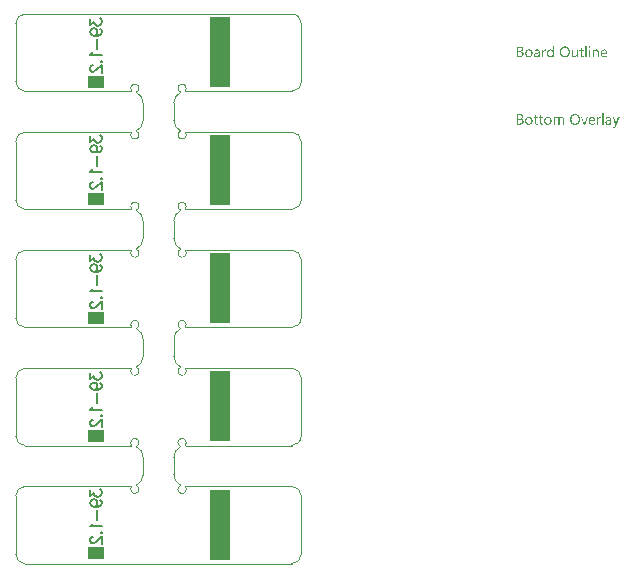
<source format=gbo>
G04*
G04 #@! TF.GenerationSoftware,Altium Limited,Altium Designer,21.3.2 (30)*
G04*
G04 Layer_Color=32896*
%FSAX25Y25*%
%MOIN*%
G70*
G04*
G04 #@! TF.SameCoordinates,95C765EB-83B6-4E62-A68E-D1C90A93CB07*
G04*
G04*
G04 #@! TF.FilePolarity,Positive*
G04*
G01*
G75*
%ADD10C,0.00394*%
%ADD28C,0.00630*%
%ADD29R,0.06693X0.23524*%
%ADD30R,0.05512X0.04331*%
%ADD31R,0.06693X0.23524*%
%ADD32R,0.06693X0.23425*%
G36*
X0143757Y0080889D02*
X0143784Y0080883D01*
X0143812Y0080873D01*
X0143843Y0080858D01*
X0143874Y0080839D01*
X0143905Y0080815D01*
X0143908Y0080812D01*
X0143917Y0080802D01*
X0143930Y0080787D01*
X0143945Y0080765D01*
X0143957Y0080737D01*
X0143970Y0080707D01*
X0143979Y0080669D01*
X0143982Y0080629D01*
Y0080623D01*
Y0080611D01*
X0143979Y0080592D01*
X0143973Y0080564D01*
X0143964Y0080537D01*
X0143948Y0080506D01*
X0143930Y0080475D01*
X0143905Y0080444D01*
X0143902Y0080441D01*
X0143893Y0080431D01*
X0143874Y0080419D01*
X0143852Y0080407D01*
X0143825Y0080394D01*
X0143794Y0080382D01*
X0143760Y0080373D01*
X0143719Y0080370D01*
X0143701D01*
X0143682Y0080373D01*
X0143655Y0080379D01*
X0143627Y0080388D01*
X0143596Y0080401D01*
X0143565Y0080416D01*
X0143534Y0080441D01*
X0143531Y0080444D01*
X0143522Y0080453D01*
X0143509Y0080472D01*
X0143497Y0080493D01*
X0143485Y0080518D01*
X0143472Y0080552D01*
X0143463Y0080589D01*
X0143460Y0080629D01*
Y0080635D01*
Y0080648D01*
X0143463Y0080669D01*
X0143469Y0080694D01*
X0143479Y0080725D01*
X0143491Y0080756D01*
X0143509Y0080787D01*
X0143534Y0080815D01*
X0143537Y0080818D01*
X0143546Y0080827D01*
X0143565Y0080839D01*
X0143587Y0080855D01*
X0143614Y0080867D01*
X0143645Y0080879D01*
X0143679Y0080889D01*
X0143719Y0080892D01*
X0143738D01*
X0143757Y0080889D01*
D02*
G37*
G36*
X0131789Y0077224D02*
X0131387D01*
Y0077647D01*
X0131378D01*
X0131375Y0077641D01*
X0131366Y0077626D01*
X0131347Y0077604D01*
X0131325Y0077573D01*
X0131295Y0077536D01*
X0131261Y0077496D01*
X0131217Y0077453D01*
X0131165Y0077406D01*
X0131109Y0077360D01*
X0131044Y0077317D01*
X0130973Y0077277D01*
X0130896Y0077240D01*
X0130813Y0077209D01*
X0130720Y0077187D01*
X0130621Y0077171D01*
X0130516Y0077165D01*
X0130494D01*
X0130470Y0077168D01*
X0130439Y0077171D01*
X0130398Y0077175D01*
X0130352Y0077184D01*
X0130300Y0077193D01*
X0130244Y0077209D01*
X0130185Y0077224D01*
X0130123Y0077249D01*
X0130062Y0077273D01*
X0129997Y0077307D01*
X0129935Y0077345D01*
X0129873Y0077391D01*
X0129815Y0077443D01*
X0129759Y0077502D01*
X0129756Y0077505D01*
X0129746Y0077518D01*
X0129734Y0077536D01*
X0129716Y0077564D01*
X0129694Y0077598D01*
X0129669Y0077638D01*
X0129645Y0077688D01*
X0129620Y0077743D01*
X0129592Y0077805D01*
X0129567Y0077873D01*
X0129543Y0077950D01*
X0129521Y0078031D01*
X0129502Y0078117D01*
X0129490Y0078213D01*
X0129481Y0078312D01*
X0129478Y0078417D01*
Y0078420D01*
Y0078423D01*
Y0078432D01*
Y0078445D01*
X0129481Y0078475D01*
X0129484Y0078519D01*
X0129487Y0078574D01*
X0129493Y0078633D01*
X0129502Y0078701D01*
X0129518Y0078775D01*
X0129533Y0078852D01*
X0129555Y0078936D01*
X0129580Y0079016D01*
X0129611Y0079103D01*
X0129645Y0079183D01*
X0129688Y0079264D01*
X0129734Y0079341D01*
X0129790Y0079415D01*
X0129793Y0079418D01*
X0129805Y0079430D01*
X0129824Y0079449D01*
X0129849Y0079474D01*
X0129879Y0079501D01*
X0129917Y0079535D01*
X0129963Y0079569D01*
X0130012Y0079603D01*
X0130071Y0079637D01*
X0130133Y0079671D01*
X0130201Y0079705D01*
X0130275Y0079733D01*
X0130355Y0079758D01*
X0130442Y0079776D01*
X0130531Y0079789D01*
X0130627Y0079792D01*
X0130649D01*
X0130677Y0079789D01*
X0130711Y0079786D01*
X0130754Y0079779D01*
X0130803Y0079770D01*
X0130856Y0079758D01*
X0130915Y0079742D01*
X0130976Y0079721D01*
X0131038Y0079693D01*
X0131100Y0079659D01*
X0131162Y0079619D01*
X0131220Y0079572D01*
X0131279Y0079520D01*
X0131332Y0079455D01*
X0131378Y0079384D01*
X0131387D01*
Y0080938D01*
X0131789D01*
Y0077224D01*
D02*
G37*
G36*
X0146003Y0079789D02*
X0146031D01*
X0146065Y0079783D01*
X0146105Y0079776D01*
X0146148Y0079770D01*
X0146195Y0079758D01*
X0146244Y0079746D01*
X0146297Y0079727D01*
X0146349Y0079705D01*
X0146402Y0079677D01*
X0146451Y0079647D01*
X0146501Y0079613D01*
X0146547Y0079569D01*
X0146590Y0079523D01*
X0146593Y0079520D01*
X0146599Y0079511D01*
X0146612Y0079495D01*
X0146624Y0079474D01*
X0146640Y0079446D01*
X0146658Y0079412D01*
X0146680Y0079372D01*
X0146701Y0079328D01*
X0146720Y0079276D01*
X0146741Y0079220D01*
X0146760Y0079155D01*
X0146775Y0079087D01*
X0146788Y0079013D01*
X0146800Y0078933D01*
X0146806Y0078849D01*
X0146809Y0078757D01*
Y0077224D01*
X0146408D01*
Y0078655D01*
Y0078658D01*
Y0078664D01*
Y0078673D01*
Y0078689D01*
X0146405Y0078707D01*
Y0078729D01*
X0146398Y0078778D01*
X0146389Y0078840D01*
X0146377Y0078908D01*
X0146358Y0078979D01*
X0146334Y0079053D01*
X0146303Y0079128D01*
X0146266Y0079199D01*
X0146219Y0079267D01*
X0146161Y0079328D01*
X0146096Y0079378D01*
X0146059Y0079399D01*
X0146015Y0079418D01*
X0145972Y0079433D01*
X0145926Y0079443D01*
X0145876Y0079449D01*
X0145824Y0079452D01*
X0145796D01*
X0145774Y0079449D01*
X0145750Y0079446D01*
X0145719Y0079440D01*
X0145685Y0079433D01*
X0145651Y0079424D01*
X0145611Y0079412D01*
X0145570Y0079396D01*
X0145530Y0079378D01*
X0145487Y0079356D01*
X0145447Y0079328D01*
X0145404Y0079298D01*
X0145363Y0079264D01*
X0145326Y0079223D01*
X0145323Y0079220D01*
X0145317Y0079214D01*
X0145308Y0079202D01*
X0145295Y0079183D01*
X0145280Y0079162D01*
X0145264Y0079134D01*
X0145246Y0079103D01*
X0145227Y0079069D01*
X0145209Y0079029D01*
X0145190Y0078985D01*
X0145175Y0078939D01*
X0145159Y0078890D01*
X0145147Y0078834D01*
X0145138Y0078778D01*
X0145132Y0078716D01*
X0145129Y0078655D01*
Y0077224D01*
X0144727D01*
Y0079733D01*
X0145129D01*
Y0079316D01*
X0145138D01*
X0145141Y0079322D01*
X0145150Y0079338D01*
X0145169Y0079359D01*
X0145190Y0079390D01*
X0145221Y0079427D01*
X0145255Y0079467D01*
X0145299Y0079511D01*
X0145348Y0079554D01*
X0145404Y0079597D01*
X0145465Y0079640D01*
X0145533Y0079681D01*
X0145604Y0079718D01*
X0145685Y0079749D01*
X0145771Y0079770D01*
X0145864Y0079786D01*
X0145963Y0079792D01*
X0145981D01*
X0146003Y0079789D01*
D02*
G37*
G36*
X0129027Y0079773D02*
X0129060D01*
X0129098Y0079767D01*
X0129138Y0079761D01*
X0129178Y0079755D01*
X0129212Y0079742D01*
Y0079325D01*
X0129206Y0079328D01*
X0129193Y0079338D01*
X0129169Y0079350D01*
X0129135Y0079365D01*
X0129088Y0079381D01*
X0129039Y0079393D01*
X0128977Y0079403D01*
X0128906Y0079406D01*
X0128881D01*
X0128863Y0079403D01*
X0128841Y0079399D01*
X0128816Y0079393D01*
X0128758Y0079375D01*
X0128724Y0079362D01*
X0128690Y0079347D01*
X0128653Y0079325D01*
X0128616Y0079304D01*
X0128582Y0079276D01*
X0128544Y0079242D01*
X0128510Y0079205D01*
X0128477Y0079162D01*
X0128473Y0079158D01*
X0128470Y0079149D01*
X0128461Y0079137D01*
X0128449Y0079118D01*
X0128436Y0079093D01*
X0128421Y0079063D01*
X0128405Y0079029D01*
X0128390Y0078988D01*
X0128375Y0078945D01*
X0128359Y0078896D01*
X0128344Y0078840D01*
X0128331Y0078781D01*
X0128319Y0078716D01*
X0128310Y0078649D01*
X0128307Y0078578D01*
X0128304Y0078500D01*
Y0077224D01*
X0127902D01*
Y0079733D01*
X0128304D01*
Y0079214D01*
X0128313D01*
Y0079217D01*
X0128316Y0079226D01*
X0128322Y0079239D01*
X0128328Y0079257D01*
X0128338Y0079279D01*
X0128350Y0079307D01*
X0128378Y0079365D01*
X0128415Y0079433D01*
X0128461Y0079501D01*
X0128514Y0079566D01*
X0128575Y0079628D01*
X0128578Y0079631D01*
X0128585Y0079634D01*
X0128594Y0079640D01*
X0128606Y0079653D01*
X0128622Y0079662D01*
X0128643Y0079674D01*
X0128690Y0079702D01*
X0128749Y0079730D01*
X0128816Y0079755D01*
X0128891Y0079770D01*
X0128931Y0079773D01*
X0128971Y0079776D01*
X0128996D01*
X0129027Y0079773D01*
D02*
G37*
G36*
X0139789Y0077224D02*
X0139387D01*
Y0077620D01*
X0139378D01*
X0139375Y0077613D01*
X0139366Y0077601D01*
X0139350Y0077576D01*
X0139332Y0077548D01*
X0139304Y0077514D01*
X0139270Y0077477D01*
X0139233Y0077434D01*
X0139187Y0077394D01*
X0139137Y0077351D01*
X0139078Y0077311D01*
X0139016Y0077270D01*
X0138945Y0077236D01*
X0138868Y0077209D01*
X0138788Y0077184D01*
X0138698Y0077171D01*
X0138602Y0077165D01*
X0138581D01*
X0138565Y0077168D01*
X0138544D01*
X0138519Y0077171D01*
X0138491Y0077178D01*
X0138463Y0077181D01*
X0138395Y0077199D01*
X0138318Y0077221D01*
X0138238Y0077255D01*
X0138198Y0077277D01*
X0138154Y0077298D01*
X0138111Y0077326D01*
X0138071Y0077354D01*
X0138031Y0077388D01*
X0137991Y0077425D01*
X0137951Y0077468D01*
X0137913Y0077511D01*
X0137879Y0077561D01*
X0137845Y0077617D01*
X0137818Y0077675D01*
X0137790Y0077737D01*
X0137765Y0077805D01*
X0137743Y0077879D01*
X0137728Y0077960D01*
X0137716Y0078043D01*
X0137709Y0078136D01*
X0137706Y0078231D01*
Y0079733D01*
X0138105D01*
Y0078296D01*
Y0078293D01*
Y0078287D01*
Y0078278D01*
Y0078262D01*
X0138108Y0078244D01*
Y0078222D01*
X0138114Y0078173D01*
X0138124Y0078111D01*
X0138136Y0078046D01*
X0138157Y0077972D01*
X0138182Y0077901D01*
X0138213Y0077827D01*
X0138253Y0077753D01*
X0138303Y0077688D01*
X0138361Y0077626D01*
X0138433Y0077576D01*
X0138470Y0077555D01*
X0138513Y0077536D01*
X0138559Y0077521D01*
X0138606Y0077511D01*
X0138658Y0077505D01*
X0138714Y0077502D01*
X0138742D01*
X0138763Y0077505D01*
X0138788Y0077508D01*
X0138816Y0077514D01*
X0138850Y0077521D01*
X0138884Y0077530D01*
X0138921Y0077539D01*
X0138961Y0077555D01*
X0139001Y0077573D01*
X0139041Y0077595D01*
X0139081Y0077620D01*
X0139122Y0077647D01*
X0139159Y0077681D01*
X0139196Y0077719D01*
X0139199Y0077722D01*
X0139205Y0077728D01*
X0139214Y0077740D01*
X0139227Y0077759D01*
X0139239Y0077780D01*
X0139258Y0077805D01*
X0139273Y0077836D01*
X0139292Y0077870D01*
X0139310Y0077910D01*
X0139325Y0077953D01*
X0139344Y0078000D01*
X0139356Y0078049D01*
X0139369Y0078105D01*
X0139378Y0078160D01*
X0139384Y0078222D01*
X0139387Y0078287D01*
Y0079733D01*
X0139789D01*
Y0077224D01*
D02*
G37*
G36*
X0143914D02*
X0143512D01*
Y0079733D01*
X0143914D01*
Y0077224D01*
D02*
G37*
G36*
X0142700D02*
X0142298D01*
Y0080938D01*
X0142700D01*
Y0077224D01*
D02*
G37*
G36*
X0126298Y0079789D02*
X0126320D01*
X0126341Y0079786D01*
X0126369Y0079783D01*
X0126400Y0079776D01*
X0126465Y0079764D01*
X0126542Y0079742D01*
X0126620Y0079715D01*
X0126703Y0079674D01*
X0126786Y0079625D01*
X0126827Y0079597D01*
X0126867Y0079563D01*
X0126904Y0079526D01*
X0126941Y0079489D01*
X0126975Y0079446D01*
X0127006Y0079396D01*
X0127037Y0079347D01*
X0127064Y0079291D01*
X0127086Y0079229D01*
X0127108Y0079165D01*
X0127123Y0079097D01*
X0127136Y0079019D01*
X0127142Y0078942D01*
X0127145Y0078856D01*
Y0077224D01*
X0126743D01*
Y0077613D01*
X0126734D01*
X0126731Y0077607D01*
X0126721Y0077595D01*
X0126706Y0077573D01*
X0126684Y0077542D01*
X0126656Y0077508D01*
X0126622Y0077471D01*
X0126585Y0077431D01*
X0126539Y0077391D01*
X0126487Y0077348D01*
X0126431Y0077307D01*
X0126366Y0077270D01*
X0126298Y0077236D01*
X0126221Y0077205D01*
X0126140Y0077184D01*
X0126054Y0077171D01*
X0125961Y0077165D01*
X0125924D01*
X0125900Y0077168D01*
X0125869Y0077171D01*
X0125831Y0077175D01*
X0125791Y0077181D01*
X0125748Y0077190D01*
X0125652Y0077215D01*
X0125606Y0077230D01*
X0125557Y0077249D01*
X0125507Y0077270D01*
X0125461Y0077298D01*
X0125417Y0077329D01*
X0125374Y0077363D01*
X0125371Y0077366D01*
X0125365Y0077372D01*
X0125356Y0077385D01*
X0125340Y0077400D01*
X0125325Y0077419D01*
X0125309Y0077443D01*
X0125288Y0077471D01*
X0125269Y0077502D01*
X0125251Y0077539D01*
X0125232Y0077579D01*
X0125214Y0077623D01*
X0125198Y0077669D01*
X0125183Y0077719D01*
X0125173Y0077771D01*
X0125167Y0077830D01*
X0125164Y0077888D01*
Y0077891D01*
Y0077898D01*
Y0077907D01*
X0125167Y0077919D01*
Y0077935D01*
X0125170Y0077953D01*
X0125176Y0078000D01*
X0125189Y0078055D01*
X0125207Y0078117D01*
X0125232Y0078185D01*
X0125269Y0078256D01*
X0125312Y0078327D01*
X0125365Y0078398D01*
X0125399Y0078432D01*
X0125433Y0078466D01*
X0125473Y0078500D01*
X0125513Y0078531D01*
X0125560Y0078562D01*
X0125609Y0078590D01*
X0125662Y0078615D01*
X0125720Y0078639D01*
X0125782Y0078661D01*
X0125847Y0078680D01*
X0125918Y0078695D01*
X0125992Y0078707D01*
X0126743Y0078812D01*
Y0078815D01*
Y0078819D01*
Y0078828D01*
Y0078840D01*
X0126740Y0078871D01*
X0126734Y0078911D01*
X0126728Y0078961D01*
X0126715Y0079016D01*
X0126700Y0079072D01*
X0126678Y0079134D01*
X0126650Y0079192D01*
X0126616Y0079251D01*
X0126576Y0079304D01*
X0126527Y0079353D01*
X0126465Y0079393D01*
X0126397Y0079424D01*
X0126360Y0079436D01*
X0126317Y0079446D01*
X0126273Y0079449D01*
X0126227Y0079452D01*
X0126205D01*
X0126184Y0079449D01*
X0126150Y0079446D01*
X0126110Y0079443D01*
X0126063Y0079436D01*
X0126011Y0079427D01*
X0125955Y0079415D01*
X0125893Y0079396D01*
X0125828Y0079378D01*
X0125760Y0079353D01*
X0125689Y0079322D01*
X0125618Y0079285D01*
X0125547Y0079245D01*
X0125476Y0079199D01*
X0125408Y0079143D01*
Y0079554D01*
X0125411Y0079557D01*
X0125424Y0079563D01*
X0125445Y0079576D01*
X0125473Y0079591D01*
X0125510Y0079610D01*
X0125550Y0079628D01*
X0125600Y0079650D01*
X0125655Y0079674D01*
X0125714Y0079696D01*
X0125779Y0079718D01*
X0125850Y0079736D01*
X0125924Y0079755D01*
X0126005Y0079770D01*
X0126085Y0079783D01*
X0126171Y0079789D01*
X0126261Y0079792D01*
X0126283D01*
X0126298Y0079789D01*
D02*
G37*
G36*
X0120662Y0080734D02*
X0120699Y0080731D01*
X0120742Y0080725D01*
X0120792Y0080719D01*
X0120847Y0080710D01*
X0120903Y0080697D01*
X0120962Y0080682D01*
X0121023Y0080663D01*
X0121082Y0080642D01*
X0121144Y0080617D01*
X0121200Y0080586D01*
X0121255Y0080552D01*
X0121308Y0080512D01*
X0121311Y0080509D01*
X0121320Y0080503D01*
X0121333Y0080490D01*
X0121348Y0080472D01*
X0121370Y0080450D01*
X0121391Y0080422D01*
X0121416Y0080391D01*
X0121441Y0080357D01*
X0121465Y0080317D01*
X0121490Y0080274D01*
X0121512Y0080225D01*
X0121533Y0080175D01*
X0121549Y0080119D01*
X0121561Y0080061D01*
X0121570Y0079999D01*
X0121573Y0079934D01*
Y0079931D01*
Y0079922D01*
Y0079906D01*
X0121570Y0079885D01*
X0121567Y0079857D01*
X0121564Y0079829D01*
X0121561Y0079795D01*
X0121555Y0079758D01*
X0121533Y0079674D01*
X0121505Y0079588D01*
X0121487Y0079542D01*
X0121465Y0079498D01*
X0121441Y0079455D01*
X0121413Y0079412D01*
X0121410Y0079409D01*
X0121407Y0079403D01*
X0121397Y0079390D01*
X0121382Y0079375D01*
X0121367Y0079359D01*
X0121348Y0079338D01*
X0121323Y0079316D01*
X0121299Y0079291D01*
X0121268Y0079267D01*
X0121234Y0079239D01*
X0121196Y0079214D01*
X0121156Y0079186D01*
X0121113Y0079162D01*
X0121070Y0079140D01*
X0120968Y0079100D01*
Y0079090D01*
X0120971D01*
X0120983Y0079087D01*
X0121002Y0079084D01*
X0121027Y0079081D01*
X0121057Y0079075D01*
X0121091Y0079066D01*
X0121132Y0079053D01*
X0121172Y0079041D01*
X0121261Y0079007D01*
X0121311Y0078985D01*
X0121357Y0078958D01*
X0121404Y0078930D01*
X0121450Y0078899D01*
X0121496Y0078862D01*
X0121536Y0078822D01*
X0121539Y0078819D01*
X0121546Y0078812D01*
X0121555Y0078800D01*
X0121570Y0078781D01*
X0121586Y0078757D01*
X0121604Y0078732D01*
X0121623Y0078698D01*
X0121645Y0078664D01*
X0121663Y0078624D01*
X0121682Y0078578D01*
X0121700Y0078531D01*
X0121716Y0078479D01*
X0121731Y0078420D01*
X0121740Y0078361D01*
X0121747Y0078299D01*
X0121750Y0078231D01*
Y0078225D01*
Y0078213D01*
X0121747Y0078188D01*
X0121743Y0078157D01*
X0121740Y0078117D01*
X0121731Y0078074D01*
X0121722Y0078024D01*
X0121709Y0077972D01*
X0121691Y0077913D01*
X0121669Y0077854D01*
X0121645Y0077796D01*
X0121614Y0077734D01*
X0121577Y0077672D01*
X0121533Y0077613D01*
X0121484Y0077558D01*
X0121425Y0077502D01*
X0121422Y0077499D01*
X0121410Y0077490D01*
X0121391Y0077477D01*
X0121367Y0077459D01*
X0121335Y0077437D01*
X0121295Y0077416D01*
X0121252Y0077388D01*
X0121203Y0077363D01*
X0121144Y0077338D01*
X0121082Y0077314D01*
X0121017Y0077289D01*
X0120943Y0077267D01*
X0120866Y0077249D01*
X0120785Y0077236D01*
X0120699Y0077227D01*
X0120609Y0077224D01*
X0119587D01*
Y0080737D01*
X0120628D01*
X0120662Y0080734D01*
D02*
G37*
G36*
X0141130Y0079733D02*
X0141763D01*
Y0079387D01*
X0141130D01*
Y0077975D01*
Y0077972D01*
Y0077963D01*
Y0077950D01*
Y0077935D01*
X0141133Y0077913D01*
X0141136Y0077888D01*
X0141142Y0077836D01*
X0141152Y0077774D01*
X0141167Y0077715D01*
X0141189Y0077660D01*
X0141201Y0077635D01*
X0141217Y0077613D01*
X0141220Y0077610D01*
X0141232Y0077598D01*
X0141254Y0077579D01*
X0141285Y0077561D01*
X0141325Y0077539D01*
X0141374Y0077524D01*
X0141433Y0077511D01*
X0141501Y0077505D01*
X0141526D01*
X0141553Y0077508D01*
X0141590Y0077514D01*
X0141631Y0077527D01*
X0141677Y0077539D01*
X0141720Y0077561D01*
X0141763Y0077589D01*
Y0077246D01*
X0141760D01*
X0141757Y0077243D01*
X0141748Y0077240D01*
X0141739Y0077233D01*
X0141705Y0077221D01*
X0141665Y0077209D01*
X0141609Y0077196D01*
X0141544Y0077184D01*
X0141470Y0077175D01*
X0141387Y0077171D01*
X0141359D01*
X0141325Y0077178D01*
X0141285Y0077184D01*
X0141235Y0077193D01*
X0141180Y0077212D01*
X0141118Y0077233D01*
X0141059Y0077264D01*
X0140997Y0077301D01*
X0140935Y0077351D01*
X0140880Y0077409D01*
X0140855Y0077443D01*
X0140830Y0077481D01*
X0140809Y0077521D01*
X0140790Y0077564D01*
X0140772Y0077610D01*
X0140756Y0077663D01*
X0140744Y0077715D01*
X0140735Y0077774D01*
X0140732Y0077836D01*
X0140728Y0077904D01*
Y0079387D01*
X0140299D01*
Y0079733D01*
X0140728D01*
Y0080345D01*
X0141130Y0080475D01*
Y0079733D01*
D02*
G37*
G36*
X0148599Y0079789D02*
X0148633Y0079786D01*
X0148676Y0079783D01*
X0148722Y0079776D01*
X0148775Y0079764D01*
X0148830Y0079752D01*
X0148892Y0079736D01*
X0148954Y0079715D01*
X0149016Y0079687D01*
X0149081Y0079656D01*
X0149143Y0079619D01*
X0149201Y0079576D01*
X0149260Y0079526D01*
X0149312Y0079470D01*
X0149316Y0079467D01*
X0149325Y0079455D01*
X0149337Y0079436D01*
X0149356Y0079412D01*
X0149374Y0079381D01*
X0149399Y0079341D01*
X0149424Y0079294D01*
X0149448Y0079242D01*
X0149473Y0079180D01*
X0149498Y0079115D01*
X0149522Y0079041D01*
X0149541Y0078964D01*
X0149560Y0078877D01*
X0149572Y0078788D01*
X0149581Y0078689D01*
X0149584Y0078587D01*
Y0078377D01*
X0147811D01*
Y0078370D01*
Y0078358D01*
X0147814Y0078337D01*
X0147817Y0078309D01*
X0147820Y0078272D01*
X0147826Y0078231D01*
X0147832Y0078188D01*
X0147845Y0078139D01*
X0147872Y0078034D01*
X0147891Y0077981D01*
X0147913Y0077925D01*
X0147937Y0077873D01*
X0147965Y0077820D01*
X0147999Y0077774D01*
X0148036Y0077728D01*
X0148039Y0077725D01*
X0148046Y0077719D01*
X0148058Y0077706D01*
X0148076Y0077694D01*
X0148098Y0077675D01*
X0148126Y0077657D01*
X0148157Y0077635D01*
X0148191Y0077617D01*
X0148231Y0077595D01*
X0148277Y0077573D01*
X0148324Y0077555D01*
X0148379Y0077536D01*
X0148435Y0077524D01*
X0148497Y0077511D01*
X0148562Y0077505D01*
X0148629Y0077502D01*
X0148648D01*
X0148670Y0077505D01*
X0148701D01*
X0148738Y0077511D01*
X0148781Y0077518D01*
X0148830Y0077527D01*
X0148886Y0077536D01*
X0148945Y0077552D01*
X0149006Y0077570D01*
X0149071Y0077592D01*
X0149136Y0077620D01*
X0149204Y0077650D01*
X0149272Y0077688D01*
X0149340Y0077731D01*
X0149408Y0077780D01*
Y0077403D01*
X0149405Y0077400D01*
X0149393Y0077394D01*
X0149374Y0077382D01*
X0149349Y0077366D01*
X0149316Y0077348D01*
X0149275Y0077329D01*
X0149229Y0077307D01*
X0149176Y0077286D01*
X0149115Y0077261D01*
X0149050Y0077240D01*
X0148979Y0077221D01*
X0148901Y0077202D01*
X0148818Y0077187D01*
X0148728Y0077175D01*
X0148633Y0077168D01*
X0148534Y0077165D01*
X0148509D01*
X0148484Y0077168D01*
X0148447Y0077171D01*
X0148401Y0077175D01*
X0148348Y0077184D01*
X0148293Y0077193D01*
X0148231Y0077209D01*
X0148166Y0077227D01*
X0148098Y0077249D01*
X0148027Y0077277D01*
X0147959Y0077307D01*
X0147888Y0077348D01*
X0147823Y0077394D01*
X0147758Y0077447D01*
X0147699Y0077505D01*
X0147696Y0077508D01*
X0147687Y0077521D01*
X0147672Y0077542D01*
X0147653Y0077570D01*
X0147628Y0077604D01*
X0147604Y0077647D01*
X0147576Y0077697D01*
X0147548Y0077756D01*
X0147520Y0077817D01*
X0147492Y0077891D01*
X0147468Y0077969D01*
X0147443Y0078055D01*
X0147424Y0078148D01*
X0147409Y0078247D01*
X0147400Y0078355D01*
X0147397Y0078466D01*
Y0078469D01*
Y0078472D01*
Y0078482D01*
Y0078491D01*
X0147400Y0078522D01*
X0147403Y0078565D01*
X0147406Y0078615D01*
X0147415Y0078670D01*
X0147424Y0078735D01*
X0147437Y0078806D01*
X0147455Y0078880D01*
X0147477Y0078958D01*
X0147505Y0079038D01*
X0147536Y0079118D01*
X0147573Y0079195D01*
X0147619Y0079276D01*
X0147669Y0079350D01*
X0147727Y0079421D01*
X0147730Y0079424D01*
X0147743Y0079436D01*
X0147761Y0079455D01*
X0147786Y0079480D01*
X0147820Y0079508D01*
X0147860Y0079539D01*
X0147903Y0079572D01*
X0147956Y0079606D01*
X0148012Y0079640D01*
X0148076Y0079674D01*
X0148144Y0079705D01*
X0148215Y0079733D01*
X0148293Y0079758D01*
X0148376Y0079776D01*
X0148463Y0079789D01*
X0148552Y0079792D01*
X0148574D01*
X0148599Y0079789D01*
D02*
G37*
G36*
X0135556Y0080793D02*
X0135577D01*
X0135599Y0080790D01*
X0135627D01*
X0135689Y0080781D01*
X0135760Y0080771D01*
X0135840Y0080756D01*
X0135926Y0080734D01*
X0136016Y0080710D01*
X0136112Y0080676D01*
X0136208Y0080635D01*
X0136307Y0080589D01*
X0136406Y0080533D01*
X0136498Y0080469D01*
X0136591Y0080391D01*
X0136677Y0080305D01*
X0136684Y0080299D01*
X0136696Y0080283D01*
X0136718Y0080255D01*
X0136749Y0080215D01*
X0136779Y0080166D01*
X0136820Y0080107D01*
X0136860Y0080039D01*
X0136900Y0079962D01*
X0136940Y0079872D01*
X0136980Y0079776D01*
X0137020Y0079671D01*
X0137054Y0079557D01*
X0137082Y0079433D01*
X0137104Y0079304D01*
X0137116Y0079168D01*
X0137122Y0079023D01*
Y0079019D01*
Y0079013D01*
Y0079001D01*
Y0078985D01*
X0137119Y0078964D01*
Y0078939D01*
X0137116Y0078911D01*
Y0078880D01*
X0137113Y0078846D01*
X0137110Y0078809D01*
X0137098Y0078726D01*
X0137085Y0078630D01*
X0137067Y0078531D01*
X0137042Y0078423D01*
X0137011Y0078312D01*
X0136974Y0078201D01*
X0136931Y0078086D01*
X0136878Y0077975D01*
X0136817Y0077864D01*
X0136745Y0077762D01*
X0136665Y0077663D01*
X0136659Y0077657D01*
X0136643Y0077641D01*
X0136619Y0077617D01*
X0136582Y0077586D01*
X0136535Y0077548D01*
X0136480Y0077505D01*
X0136418Y0077462D01*
X0136344Y0077416D01*
X0136260Y0077369D01*
X0136168Y0077323D01*
X0136069Y0077280D01*
X0135960Y0077243D01*
X0135843Y0077212D01*
X0135720Y0077187D01*
X0135587Y0077171D01*
X0135448Y0077165D01*
X0135414D01*
X0135398Y0077168D01*
X0135377D01*
X0135352Y0077171D01*
X0135324Y0077175D01*
X0135259Y0077181D01*
X0135188Y0077190D01*
X0135105Y0077205D01*
X0135018Y0077227D01*
X0134922Y0077252D01*
X0134827Y0077286D01*
X0134728Y0077326D01*
X0134626Y0077372D01*
X0134527Y0077428D01*
X0134431Y0077496D01*
X0134335Y0077570D01*
X0134249Y0077657D01*
X0134242Y0077663D01*
X0134230Y0077678D01*
X0134209Y0077706D01*
X0134178Y0077746D01*
X0134144Y0077796D01*
X0134107Y0077854D01*
X0134066Y0077922D01*
X0134026Y0078003D01*
X0133983Y0078089D01*
X0133943Y0078185D01*
X0133906Y0078290D01*
X0133872Y0078404D01*
X0133841Y0078528D01*
X0133819Y0078658D01*
X0133807Y0078794D01*
X0133801Y0078939D01*
Y0078942D01*
Y0078948D01*
Y0078961D01*
Y0078976D01*
X0133804Y0078998D01*
Y0079019D01*
X0133807Y0079047D01*
Y0079078D01*
X0133810Y0079112D01*
X0133816Y0079152D01*
X0133825Y0079233D01*
X0133838Y0079325D01*
X0133859Y0079424D01*
X0133881Y0079532D01*
X0133912Y0079640D01*
X0133949Y0079752D01*
X0133992Y0079866D01*
X0134045Y0079977D01*
X0134107Y0080085D01*
X0134178Y0080190D01*
X0134258Y0080289D01*
X0134264Y0080295D01*
X0134280Y0080311D01*
X0134304Y0080336D01*
X0134341Y0080370D01*
X0134388Y0080407D01*
X0134446Y0080450D01*
X0134511Y0080496D01*
X0134585Y0080543D01*
X0134672Y0080589D01*
X0134765Y0080635D01*
X0134867Y0080679D01*
X0134978Y0080716D01*
X0135098Y0080750D01*
X0135225Y0080774D01*
X0135361Y0080790D01*
X0135506Y0080796D01*
X0135537D01*
X0135556Y0080793D01*
D02*
G37*
G36*
X0123570Y0079789D02*
X0123610Y0079786D01*
X0123656Y0079783D01*
X0123712Y0079773D01*
X0123770Y0079764D01*
X0123835Y0079749D01*
X0123906Y0079730D01*
X0123977Y0079708D01*
X0124049Y0079681D01*
X0124123Y0079647D01*
X0124194Y0079606D01*
X0124265Y0079560D01*
X0124330Y0079508D01*
X0124392Y0079446D01*
X0124395Y0079443D01*
X0124404Y0079430D01*
X0124419Y0079409D01*
X0124441Y0079381D01*
X0124466Y0079347D01*
X0124490Y0079304D01*
X0124521Y0079254D01*
X0124549Y0079195D01*
X0124580Y0079131D01*
X0124608Y0079059D01*
X0124633Y0078982D01*
X0124657Y0078896D01*
X0124679Y0078803D01*
X0124694Y0078704D01*
X0124704Y0078599D01*
X0124707Y0078488D01*
Y0078485D01*
Y0078482D01*
Y0078472D01*
Y0078460D01*
X0124704Y0078429D01*
X0124701Y0078389D01*
X0124697Y0078337D01*
X0124688Y0078278D01*
X0124679Y0078213D01*
X0124663Y0078142D01*
X0124645Y0078068D01*
X0124623Y0077987D01*
X0124595Y0077907D01*
X0124565Y0077827D01*
X0124524Y0077746D01*
X0124478Y0077669D01*
X0124425Y0077595D01*
X0124367Y0077524D01*
X0124364Y0077521D01*
X0124351Y0077508D01*
X0124333Y0077490D01*
X0124305Y0077468D01*
X0124271Y0077440D01*
X0124231Y0077409D01*
X0124181Y0077379D01*
X0124126Y0077345D01*
X0124064Y0077311D01*
X0123996Y0077280D01*
X0123922Y0077249D01*
X0123842Y0077221D01*
X0123752Y0077199D01*
X0123659Y0077181D01*
X0123563Y0077168D01*
X0123458Y0077165D01*
X0123434D01*
X0123406Y0077168D01*
X0123366Y0077171D01*
X0123319Y0077175D01*
X0123264Y0077184D01*
X0123205Y0077193D01*
X0123140Y0077209D01*
X0123069Y0077227D01*
X0122998Y0077252D01*
X0122924Y0077280D01*
X0122850Y0077314D01*
X0122775Y0077354D01*
X0122701Y0077400D01*
X0122633Y0077453D01*
X0122569Y0077514D01*
X0122565Y0077518D01*
X0122553Y0077530D01*
X0122538Y0077552D01*
X0122516Y0077579D01*
X0122491Y0077613D01*
X0122463Y0077657D01*
X0122436Y0077706D01*
X0122405Y0077765D01*
X0122374Y0077827D01*
X0122343Y0077898D01*
X0122315Y0077975D01*
X0122290Y0078058D01*
X0122269Y0078145D01*
X0122253Y0078241D01*
X0122241Y0078343D01*
X0122238Y0078448D01*
Y0078451D01*
Y0078454D01*
Y0078463D01*
Y0078475D01*
X0122241Y0078509D01*
X0122244Y0078553D01*
X0122247Y0078605D01*
X0122256Y0078667D01*
X0122266Y0078735D01*
X0122281Y0078809D01*
X0122300Y0078886D01*
X0122321Y0078967D01*
X0122349Y0079050D01*
X0122383Y0079134D01*
X0122423Y0079214D01*
X0122467Y0079291D01*
X0122519Y0079365D01*
X0122581Y0079436D01*
X0122584Y0079440D01*
X0122596Y0079452D01*
X0122618Y0079470D01*
X0122646Y0079492D01*
X0122680Y0079520D01*
X0122723Y0079548D01*
X0122772Y0079582D01*
X0122828Y0079616D01*
X0122890Y0079647D01*
X0122961Y0079681D01*
X0123038Y0079708D01*
X0123122Y0079736D01*
X0123211Y0079758D01*
X0123307Y0079776D01*
X0123409Y0079789D01*
X0123517Y0079792D01*
X0123542D01*
X0123570Y0079789D01*
D02*
G37*
G36*
X0134462Y0057288D02*
X0134480D01*
X0134502Y0057285D01*
X0134555Y0057276D01*
X0134616Y0057261D01*
X0134687Y0057239D01*
X0134762Y0057205D01*
X0134839Y0057165D01*
X0134879Y0057137D01*
X0134916Y0057109D01*
X0134953Y0057078D01*
X0134990Y0057041D01*
X0135027Y0057001D01*
X0135061Y0056958D01*
X0135092Y0056911D01*
X0135123Y0056859D01*
X0135151Y0056803D01*
X0135176Y0056741D01*
X0135197Y0056677D01*
X0135219Y0056605D01*
X0135231Y0056531D01*
X0135244Y0056448D01*
X0135250Y0056361D01*
X0135253Y0056269D01*
Y0054724D01*
X0134851D01*
Y0056164D01*
Y0056170D01*
Y0056182D01*
Y0056204D01*
X0134848Y0056232D01*
Y0056266D01*
X0134845Y0056306D01*
X0134842Y0056349D01*
X0134836Y0056395D01*
X0134820Y0056494D01*
X0134796Y0056593D01*
X0134783Y0056643D01*
X0134765Y0056686D01*
X0134743Y0056729D01*
X0134721Y0056766D01*
Y0056769D01*
X0134715Y0056775D01*
X0134709Y0056785D01*
X0134697Y0056794D01*
X0134684Y0056809D01*
X0134666Y0056825D01*
X0134644Y0056840D01*
X0134619Y0056859D01*
X0134592Y0056877D01*
X0134561Y0056893D01*
X0134524Y0056908D01*
X0134487Y0056924D01*
X0134443Y0056933D01*
X0134394Y0056942D01*
X0134344Y0056949D01*
X0134289Y0056952D01*
X0134264D01*
X0134246Y0056949D01*
X0134224Y0056945D01*
X0134199Y0056939D01*
X0134137Y0056924D01*
X0134103Y0056911D01*
X0134069Y0056893D01*
X0134032Y0056874D01*
X0133998Y0056853D01*
X0133961Y0056825D01*
X0133924Y0056794D01*
X0133887Y0056757D01*
X0133853Y0056717D01*
X0133850Y0056714D01*
X0133847Y0056708D01*
X0133838Y0056692D01*
X0133825Y0056677D01*
X0133813Y0056652D01*
X0133798Y0056624D01*
X0133779Y0056593D01*
X0133764Y0056559D01*
X0133748Y0056519D01*
X0133730Y0056476D01*
X0133714Y0056429D01*
X0133702Y0056380D01*
X0133689Y0056327D01*
X0133683Y0056272D01*
X0133677Y0056216D01*
X0133674Y0056154D01*
Y0054724D01*
X0133272D01*
Y0056213D01*
Y0056216D01*
Y0056222D01*
Y0056232D01*
Y0056244D01*
X0133269Y0056262D01*
Y0056281D01*
X0133263Y0056327D01*
X0133254Y0056383D01*
X0133241Y0056448D01*
X0133226Y0056513D01*
X0133201Y0056584D01*
X0133170Y0056652D01*
X0133133Y0056717D01*
X0133087Y0056782D01*
X0133031Y0056837D01*
X0132966Y0056884D01*
X0132929Y0056902D01*
X0132889Y0056921D01*
X0132846Y0056933D01*
X0132802Y0056942D01*
X0132753Y0056949D01*
X0132701Y0056952D01*
X0132676D01*
X0132657Y0056949D01*
X0132633Y0056945D01*
X0132608Y0056939D01*
X0132546Y0056924D01*
X0132512Y0056911D01*
X0132478Y0056896D01*
X0132441Y0056880D01*
X0132404Y0056859D01*
X0132367Y0056831D01*
X0132330Y0056803D01*
X0132296Y0056769D01*
X0132262Y0056729D01*
X0132259Y0056726D01*
X0132256Y0056720D01*
X0132246Y0056708D01*
X0132234Y0056689D01*
X0132222Y0056667D01*
X0132209Y0056643D01*
X0132194Y0056612D01*
X0132178Y0056575D01*
X0132160Y0056534D01*
X0132144Y0056491D01*
X0132132Y0056445D01*
X0132120Y0056395D01*
X0132107Y0056340D01*
X0132098Y0056281D01*
X0132095Y0056219D01*
X0132092Y0056154D01*
Y0054724D01*
X0131690D01*
Y0057233D01*
X0132092D01*
Y0056834D01*
X0132101D01*
X0132104Y0056840D01*
X0132114Y0056853D01*
X0132129Y0056877D01*
X0132150Y0056905D01*
X0132178Y0056939D01*
X0132212Y0056979D01*
X0132253Y0057020D01*
X0132299Y0057063D01*
X0132351Y0057106D01*
X0132410Y0057146D01*
X0132475Y0057186D01*
X0132543Y0057220D01*
X0132620Y0057248D01*
X0132704Y0057273D01*
X0132790Y0057285D01*
X0132883Y0057292D01*
X0132908D01*
X0132926Y0057288D01*
X0132948D01*
X0132976Y0057285D01*
X0133003Y0057279D01*
X0133034Y0057273D01*
X0133105Y0057257D01*
X0133179Y0057230D01*
X0133254Y0057196D01*
X0133291Y0057171D01*
X0133328Y0057146D01*
X0133331Y0057143D01*
X0133337Y0057140D01*
X0133346Y0057131D01*
X0133359Y0057121D01*
X0133393Y0057087D01*
X0133433Y0057047D01*
X0133476Y0056992D01*
X0133519Y0056927D01*
X0133560Y0056853D01*
X0133590Y0056769D01*
X0133594Y0056775D01*
X0133603Y0056791D01*
X0133621Y0056819D01*
X0133643Y0056850D01*
X0133674Y0056890D01*
X0133708Y0056936D01*
X0133751Y0056982D01*
X0133801Y0057032D01*
X0133856Y0057078D01*
X0133918Y0057128D01*
X0133986Y0057171D01*
X0134060Y0057211D01*
X0134144Y0057242D01*
X0134230Y0057270D01*
X0134326Y0057285D01*
X0134425Y0057292D01*
X0134446D01*
X0134462Y0057288D01*
D02*
G37*
G36*
X0147322Y0057273D02*
X0147356D01*
X0147394Y0057267D01*
X0147434Y0057261D01*
X0147474Y0057254D01*
X0147508Y0057242D01*
Y0056825D01*
X0147502Y0056828D01*
X0147489Y0056837D01*
X0147465Y0056850D01*
X0147431Y0056865D01*
X0147384Y0056880D01*
X0147335Y0056893D01*
X0147273Y0056902D01*
X0147202Y0056905D01*
X0147177D01*
X0147159Y0056902D01*
X0147137Y0056899D01*
X0147112Y0056893D01*
X0147054Y0056874D01*
X0147020Y0056862D01*
X0146986Y0056846D01*
X0146949Y0056825D01*
X0146912Y0056803D01*
X0146878Y0056775D01*
X0146840Y0056741D01*
X0146806Y0056704D01*
X0146772Y0056661D01*
X0146769Y0056658D01*
X0146766Y0056649D01*
X0146757Y0056636D01*
X0146745Y0056618D01*
X0146732Y0056593D01*
X0146717Y0056562D01*
X0146701Y0056528D01*
X0146686Y0056488D01*
X0146670Y0056445D01*
X0146655Y0056395D01*
X0146640Y0056340D01*
X0146627Y0056281D01*
X0146615Y0056216D01*
X0146606Y0056148D01*
X0146602Y0056077D01*
X0146599Y0056000D01*
Y0054724D01*
X0146198D01*
Y0057233D01*
X0146599D01*
Y0056714D01*
X0146609D01*
Y0056717D01*
X0146612Y0056726D01*
X0146618Y0056738D01*
X0146624Y0056757D01*
X0146633Y0056779D01*
X0146646Y0056806D01*
X0146674Y0056865D01*
X0146711Y0056933D01*
X0146757Y0057001D01*
X0146809Y0057066D01*
X0146871Y0057128D01*
X0146874Y0057131D01*
X0146881Y0057134D01*
X0146890Y0057140D01*
X0146902Y0057152D01*
X0146918Y0057162D01*
X0146939Y0057174D01*
X0146986Y0057202D01*
X0147044Y0057230D01*
X0147112Y0057254D01*
X0147187Y0057270D01*
X0147227Y0057273D01*
X0147267Y0057276D01*
X0147292D01*
X0147322Y0057273D01*
D02*
G37*
G36*
X0152554Y0054322D02*
Y0054319D01*
X0152551Y0054313D01*
X0152545Y0054303D01*
X0152538Y0054288D01*
X0152532Y0054269D01*
X0152523Y0054251D01*
X0152498Y0054202D01*
X0152464Y0054143D01*
X0152427Y0054075D01*
X0152381Y0054007D01*
X0152328Y0053933D01*
X0152269Y0053862D01*
X0152205Y0053790D01*
X0152134Y0053723D01*
X0152056Y0053664D01*
X0151973Y0053614D01*
X0151930Y0053596D01*
X0151883Y0053577D01*
X0151837Y0053562D01*
X0151787Y0053553D01*
X0151738Y0053546D01*
X0151686Y0053543D01*
X0151661D01*
X0151630Y0053546D01*
X0151593D01*
X0151553Y0053553D01*
X0151509Y0053559D01*
X0151463Y0053565D01*
X0151423Y0053577D01*
Y0053936D01*
X0151429Y0053933D01*
X0151444Y0053930D01*
X0151469Y0053923D01*
X0151500Y0053914D01*
X0151537Y0053905D01*
X0151577Y0053899D01*
X0151621Y0053896D01*
X0151661Y0053892D01*
X0151673D01*
X0151689Y0053896D01*
X0151710Y0053899D01*
X0151735Y0053905D01*
X0151766Y0053911D01*
X0151797Y0053923D01*
X0151834Y0053939D01*
X0151868Y0053957D01*
X0151908Y0053982D01*
X0151945Y0054010D01*
X0151982Y0054044D01*
X0152019Y0054087D01*
X0152056Y0054133D01*
X0152087Y0054189D01*
X0152118Y0054254D01*
X0152319Y0054727D01*
X0151339Y0057233D01*
X0151784D01*
X0152464Y0055301D01*
Y0055298D01*
X0152467Y0055292D01*
X0152470Y0055283D01*
X0152477Y0055264D01*
X0152483Y0055240D01*
X0152489Y0055206D01*
X0152501Y0055163D01*
X0152514Y0055110D01*
X0152529D01*
Y0055113D01*
X0152532Y0055122D01*
X0152535Y0055135D01*
X0152541Y0055156D01*
X0152548Y0055181D01*
X0152554Y0055212D01*
X0152566Y0055252D01*
X0152578Y0055295D01*
X0153292Y0057233D01*
X0153706D01*
X0152554Y0054322D01*
D02*
G37*
G36*
X0142144Y0054724D02*
X0141748D01*
X0140799Y0057233D01*
X0141238D01*
X0141878Y0055410D01*
Y0055407D01*
X0141881Y0055400D01*
X0141884Y0055391D01*
X0141890Y0055376D01*
X0141896Y0055357D01*
X0141903Y0055339D01*
X0141915Y0055289D01*
X0141930Y0055237D01*
X0141946Y0055178D01*
X0141955Y0055116D01*
X0141964Y0055057D01*
X0141974D01*
Y0055060D01*
Y0055067D01*
X0141977Y0055076D01*
X0141980Y0055088D01*
Y0055107D01*
X0141986Y0055125D01*
X0141992Y0055172D01*
X0142005Y0055224D01*
X0142017Y0055280D01*
X0142035Y0055339D01*
X0142054Y0055397D01*
X0142718Y0057233D01*
X0143142D01*
X0142144Y0054724D01*
D02*
G37*
G36*
X0150107Y0057288D02*
X0150128D01*
X0150150Y0057285D01*
X0150178Y0057282D01*
X0150208Y0057276D01*
X0150273Y0057264D01*
X0150351Y0057242D01*
X0150428Y0057214D01*
X0150511Y0057174D01*
X0150595Y0057125D01*
X0150635Y0057097D01*
X0150675Y0057063D01*
X0150712Y0057026D01*
X0150749Y0056989D01*
X0150783Y0056945D01*
X0150814Y0056896D01*
X0150845Y0056846D01*
X0150873Y0056791D01*
X0150894Y0056729D01*
X0150916Y0056664D01*
X0150932Y0056596D01*
X0150944Y0056519D01*
X0150950Y0056442D01*
X0150953Y0056355D01*
Y0054724D01*
X0150551D01*
Y0055113D01*
X0150542D01*
X0150539Y0055107D01*
X0150530Y0055094D01*
X0150514Y0055073D01*
X0150493Y0055042D01*
X0150465Y0055008D01*
X0150431Y0054971D01*
X0150394Y0054931D01*
X0150348Y0054891D01*
X0150295Y0054847D01*
X0150239Y0054807D01*
X0150174Y0054770D01*
X0150107Y0054736D01*
X0150029Y0054705D01*
X0149949Y0054684D01*
X0149862Y0054671D01*
X0149770Y0054665D01*
X0149733D01*
X0149708Y0054668D01*
X0149677Y0054671D01*
X0149640Y0054674D01*
X0149600Y0054680D01*
X0149557Y0054690D01*
X0149461Y0054714D01*
X0149414Y0054730D01*
X0149365Y0054748D01*
X0149316Y0054770D01*
X0149269Y0054798D01*
X0149226Y0054829D01*
X0149183Y0054863D01*
X0149179Y0054866D01*
X0149173Y0054872D01*
X0149164Y0054884D01*
X0149149Y0054900D01*
X0149133Y0054918D01*
X0149118Y0054943D01*
X0149096Y0054971D01*
X0149078Y0055002D01*
X0149059Y0055039D01*
X0149040Y0055079D01*
X0149022Y0055122D01*
X0149006Y0055169D01*
X0148991Y0055218D01*
X0148982Y0055271D01*
X0148976Y0055329D01*
X0148972Y0055388D01*
Y0055391D01*
Y0055397D01*
Y0055407D01*
X0148976Y0055419D01*
Y0055434D01*
X0148979Y0055453D01*
X0148985Y0055499D01*
X0148997Y0055555D01*
X0149016Y0055617D01*
X0149040Y0055685D01*
X0149078Y0055756D01*
X0149121Y0055827D01*
X0149173Y0055898D01*
X0149207Y0055932D01*
X0149241Y0055966D01*
X0149282Y0056000D01*
X0149322Y0056031D01*
X0149368Y0056062D01*
X0149417Y0056090D01*
X0149470Y0056114D01*
X0149529Y0056139D01*
X0149591Y0056160D01*
X0149655Y0056179D01*
X0149726Y0056195D01*
X0149801Y0056207D01*
X0150551Y0056312D01*
Y0056315D01*
Y0056318D01*
Y0056327D01*
Y0056340D01*
X0150548Y0056371D01*
X0150542Y0056411D01*
X0150536Y0056460D01*
X0150524Y0056516D01*
X0150508Y0056572D01*
X0150487Y0056633D01*
X0150459Y0056692D01*
X0150425Y0056751D01*
X0150385Y0056803D01*
X0150335Y0056853D01*
X0150273Y0056893D01*
X0150205Y0056924D01*
X0150168Y0056936D01*
X0150125Y0056945D01*
X0150082Y0056949D01*
X0150036Y0056952D01*
X0150014D01*
X0149992Y0056949D01*
X0149958Y0056945D01*
X0149918Y0056942D01*
X0149872Y0056936D01*
X0149819Y0056927D01*
X0149764Y0056915D01*
X0149702Y0056896D01*
X0149637Y0056877D01*
X0149569Y0056853D01*
X0149498Y0056822D01*
X0149427Y0056785D01*
X0149356Y0056745D01*
X0149285Y0056698D01*
X0149217Y0056643D01*
Y0057054D01*
X0149220Y0057057D01*
X0149232Y0057063D01*
X0149254Y0057075D01*
X0149282Y0057091D01*
X0149319Y0057109D01*
X0149359Y0057128D01*
X0149408Y0057149D01*
X0149464Y0057174D01*
X0149522Y0057196D01*
X0149587Y0057217D01*
X0149659Y0057236D01*
X0149733Y0057254D01*
X0149813Y0057270D01*
X0149893Y0057282D01*
X0149980Y0057288D01*
X0150069Y0057292D01*
X0150091D01*
X0150107Y0057288D01*
D02*
G37*
G36*
X0148345Y0054724D02*
X0147943D01*
Y0058438D01*
X0148345D01*
Y0054724D01*
D02*
G37*
G36*
X0120662Y0058234D02*
X0120699Y0058231D01*
X0120742Y0058225D01*
X0120792Y0058218D01*
X0120847Y0058209D01*
X0120903Y0058197D01*
X0120962Y0058181D01*
X0121023Y0058163D01*
X0121082Y0058141D01*
X0121144Y0058117D01*
X0121200Y0058086D01*
X0121255Y0058052D01*
X0121308Y0058012D01*
X0121311Y0058008D01*
X0121320Y0058002D01*
X0121333Y0057990D01*
X0121348Y0057971D01*
X0121370Y0057950D01*
X0121391Y0057922D01*
X0121416Y0057891D01*
X0121441Y0057857D01*
X0121465Y0057817D01*
X0121490Y0057774D01*
X0121512Y0057724D01*
X0121533Y0057675D01*
X0121549Y0057619D01*
X0121561Y0057560D01*
X0121570Y0057499D01*
X0121573Y0057434D01*
Y0057430D01*
Y0057421D01*
Y0057406D01*
X0121570Y0057384D01*
X0121567Y0057356D01*
X0121564Y0057329D01*
X0121561Y0057295D01*
X0121555Y0057257D01*
X0121533Y0057174D01*
X0121505Y0057087D01*
X0121487Y0057041D01*
X0121465Y0056998D01*
X0121441Y0056955D01*
X0121413Y0056911D01*
X0121410Y0056908D01*
X0121407Y0056902D01*
X0121397Y0056890D01*
X0121382Y0056874D01*
X0121367Y0056859D01*
X0121348Y0056837D01*
X0121323Y0056816D01*
X0121299Y0056791D01*
X0121268Y0056766D01*
X0121234Y0056738D01*
X0121196Y0056714D01*
X0121156Y0056686D01*
X0121113Y0056661D01*
X0121070Y0056639D01*
X0120968Y0056599D01*
Y0056590D01*
X0120971D01*
X0120983Y0056587D01*
X0121002Y0056584D01*
X0121027Y0056581D01*
X0121057Y0056575D01*
X0121091Y0056565D01*
X0121132Y0056553D01*
X0121172Y0056541D01*
X0121261Y0056507D01*
X0121311Y0056485D01*
X0121357Y0056457D01*
X0121404Y0056429D01*
X0121450Y0056398D01*
X0121496Y0056361D01*
X0121536Y0056321D01*
X0121539Y0056318D01*
X0121546Y0056312D01*
X0121555Y0056300D01*
X0121570Y0056281D01*
X0121586Y0056256D01*
X0121604Y0056232D01*
X0121623Y0056198D01*
X0121645Y0056164D01*
X0121663Y0056124D01*
X0121682Y0056077D01*
X0121700Y0056031D01*
X0121716Y0055978D01*
X0121731Y0055919D01*
X0121740Y0055861D01*
X0121747Y0055799D01*
X0121750Y0055731D01*
Y0055725D01*
Y0055712D01*
X0121747Y0055688D01*
X0121743Y0055657D01*
X0121740Y0055617D01*
X0121731Y0055573D01*
X0121722Y0055524D01*
X0121709Y0055471D01*
X0121691Y0055413D01*
X0121669Y0055354D01*
X0121645Y0055295D01*
X0121614Y0055234D01*
X0121577Y0055172D01*
X0121533Y0055113D01*
X0121484Y0055057D01*
X0121425Y0055002D01*
X0121422Y0054999D01*
X0121410Y0054989D01*
X0121391Y0054977D01*
X0121367Y0054958D01*
X0121335Y0054937D01*
X0121295Y0054915D01*
X0121252Y0054887D01*
X0121203Y0054863D01*
X0121144Y0054838D01*
X0121082Y0054813D01*
X0121017Y0054789D01*
X0120943Y0054767D01*
X0120866Y0054748D01*
X0120785Y0054736D01*
X0120699Y0054727D01*
X0120609Y0054724D01*
X0119587D01*
Y0058237D01*
X0120628D01*
X0120662Y0058234D01*
D02*
G37*
G36*
X0127580Y0057233D02*
X0128214D01*
Y0056887D01*
X0127580D01*
Y0055475D01*
Y0055471D01*
Y0055462D01*
Y0055450D01*
Y0055434D01*
X0127584Y0055413D01*
X0127587Y0055388D01*
X0127593Y0055335D01*
X0127602Y0055274D01*
X0127618Y0055215D01*
X0127639Y0055159D01*
X0127652Y0055135D01*
X0127667Y0055113D01*
X0127670Y0055110D01*
X0127682Y0055098D01*
X0127704Y0055079D01*
X0127735Y0055060D01*
X0127775Y0055039D01*
X0127824Y0055023D01*
X0127883Y0055011D01*
X0127951Y0055005D01*
X0127976D01*
X0128004Y0055008D01*
X0128041Y0055014D01*
X0128081Y0055027D01*
X0128127Y0055039D01*
X0128171Y0055060D01*
X0128214Y0055088D01*
Y0054745D01*
X0128211D01*
X0128208Y0054742D01*
X0128198Y0054739D01*
X0128189Y0054733D01*
X0128155Y0054721D01*
X0128115Y0054708D01*
X0128059Y0054696D01*
X0127995Y0054684D01*
X0127920Y0054674D01*
X0127837Y0054671D01*
X0127809D01*
X0127775Y0054677D01*
X0127735Y0054684D01*
X0127685Y0054693D01*
X0127630Y0054711D01*
X0127568Y0054733D01*
X0127509Y0054764D01*
X0127448Y0054801D01*
X0127386Y0054850D01*
X0127330Y0054909D01*
X0127305Y0054943D01*
X0127281Y0054980D01*
X0127259Y0055020D01*
X0127241Y0055064D01*
X0127222Y0055110D01*
X0127207Y0055163D01*
X0127194Y0055215D01*
X0127185Y0055274D01*
X0127182Y0055335D01*
X0127179Y0055404D01*
Y0056887D01*
X0126749D01*
Y0057233D01*
X0127179D01*
Y0057845D01*
X0127580Y0057974D01*
Y0057233D01*
D02*
G37*
G36*
X0125881D02*
X0126514D01*
Y0056887D01*
X0125881D01*
Y0055475D01*
Y0055471D01*
Y0055462D01*
Y0055450D01*
Y0055434D01*
X0125884Y0055413D01*
X0125887Y0055388D01*
X0125893Y0055335D01*
X0125903Y0055274D01*
X0125918Y0055215D01*
X0125940Y0055159D01*
X0125952Y0055135D01*
X0125968Y0055113D01*
X0125971Y0055110D01*
X0125983Y0055098D01*
X0126005Y0055079D01*
X0126035Y0055060D01*
X0126076Y0055039D01*
X0126125Y0055023D01*
X0126184Y0055011D01*
X0126252Y0055005D01*
X0126277D01*
X0126304Y0055008D01*
X0126341Y0055014D01*
X0126382Y0055027D01*
X0126428Y0055039D01*
X0126471Y0055060D01*
X0126514Y0055088D01*
Y0054745D01*
X0126511D01*
X0126508Y0054742D01*
X0126499Y0054739D01*
X0126490Y0054733D01*
X0126456Y0054721D01*
X0126416Y0054708D01*
X0126360Y0054696D01*
X0126295Y0054684D01*
X0126221Y0054674D01*
X0126137Y0054671D01*
X0126110D01*
X0126076Y0054677D01*
X0126035Y0054684D01*
X0125986Y0054693D01*
X0125930Y0054711D01*
X0125869Y0054733D01*
X0125810Y0054764D01*
X0125748Y0054801D01*
X0125686Y0054850D01*
X0125631Y0054909D01*
X0125606Y0054943D01*
X0125581Y0054980D01*
X0125560Y0055020D01*
X0125541Y0055064D01*
X0125522Y0055110D01*
X0125507Y0055163D01*
X0125495Y0055215D01*
X0125485Y0055274D01*
X0125482Y0055335D01*
X0125479Y0055404D01*
Y0056887D01*
X0125050D01*
Y0057233D01*
X0125479D01*
Y0057845D01*
X0125881Y0057974D01*
Y0057233D01*
D02*
G37*
G36*
X0144606Y0057288D02*
X0144640Y0057285D01*
X0144684Y0057282D01*
X0144730Y0057276D01*
X0144782Y0057264D01*
X0144838Y0057251D01*
X0144900Y0057236D01*
X0144962Y0057214D01*
X0145024Y0057186D01*
X0145088Y0057156D01*
X0145150Y0057118D01*
X0145209Y0057075D01*
X0145268Y0057026D01*
X0145320Y0056970D01*
X0145323Y0056967D01*
X0145333Y0056955D01*
X0145345Y0056936D01*
X0145363Y0056911D01*
X0145382Y0056880D01*
X0145407Y0056840D01*
X0145431Y0056794D01*
X0145456Y0056741D01*
X0145481Y0056680D01*
X0145505Y0056615D01*
X0145530Y0056541D01*
X0145549Y0056463D01*
X0145567Y0056377D01*
X0145580Y0056287D01*
X0145589Y0056188D01*
X0145592Y0056086D01*
Y0055876D01*
X0143818D01*
Y0055870D01*
Y0055858D01*
X0143822Y0055836D01*
X0143825Y0055808D01*
X0143828Y0055771D01*
X0143834Y0055731D01*
X0143840Y0055688D01*
X0143852Y0055638D01*
X0143880Y0055533D01*
X0143899Y0055481D01*
X0143920Y0055425D01*
X0143945Y0055373D01*
X0143973Y0055320D01*
X0144007Y0055274D01*
X0144044Y0055227D01*
X0144047Y0055224D01*
X0144053Y0055218D01*
X0144066Y0055206D01*
X0144084Y0055193D01*
X0144106Y0055175D01*
X0144134Y0055156D01*
X0144165Y0055135D01*
X0144199Y0055116D01*
X0144239Y0055094D01*
X0144285Y0055073D01*
X0144331Y0055054D01*
X0144387Y0055036D01*
X0144443Y0055023D01*
X0144504Y0055011D01*
X0144569Y0055005D01*
X0144637Y0055002D01*
X0144656D01*
X0144677Y0055005D01*
X0144708D01*
X0144745Y0055011D01*
X0144789Y0055017D01*
X0144838Y0055027D01*
X0144894Y0055036D01*
X0144952Y0055051D01*
X0145014Y0055070D01*
X0145079Y0055091D01*
X0145144Y0055119D01*
X0145212Y0055150D01*
X0145280Y0055187D01*
X0145348Y0055230D01*
X0145416Y0055280D01*
Y0054903D01*
X0145413Y0054900D01*
X0145401Y0054894D01*
X0145382Y0054881D01*
X0145357Y0054866D01*
X0145323Y0054847D01*
X0145283Y0054829D01*
X0145237Y0054807D01*
X0145184Y0054786D01*
X0145122Y0054761D01*
X0145057Y0054739D01*
X0144986Y0054721D01*
X0144909Y0054702D01*
X0144826Y0054687D01*
X0144736Y0054674D01*
X0144640Y0054668D01*
X0144542Y0054665D01*
X0144517D01*
X0144492Y0054668D01*
X0144455Y0054671D01*
X0144409Y0054674D01*
X0144356Y0054684D01*
X0144300Y0054693D01*
X0144239Y0054708D01*
X0144174Y0054727D01*
X0144106Y0054748D01*
X0144035Y0054776D01*
X0143967Y0054807D01*
X0143896Y0054847D01*
X0143831Y0054894D01*
X0143766Y0054946D01*
X0143707Y0055005D01*
X0143704Y0055008D01*
X0143695Y0055020D01*
X0143679Y0055042D01*
X0143661Y0055070D01*
X0143636Y0055104D01*
X0143611Y0055147D01*
X0143584Y0055196D01*
X0143556Y0055255D01*
X0143528Y0055317D01*
X0143500Y0055391D01*
X0143475Y0055468D01*
X0143451Y0055555D01*
X0143432Y0055648D01*
X0143417Y0055747D01*
X0143407Y0055855D01*
X0143404Y0055966D01*
Y0055969D01*
Y0055972D01*
Y0055981D01*
Y0055991D01*
X0143407Y0056021D01*
X0143411Y0056065D01*
X0143414Y0056114D01*
X0143423Y0056170D01*
X0143432Y0056235D01*
X0143445Y0056306D01*
X0143463Y0056380D01*
X0143485Y0056457D01*
X0143512Y0056537D01*
X0143543Y0056618D01*
X0143580Y0056695D01*
X0143627Y0056775D01*
X0143676Y0056850D01*
X0143735Y0056921D01*
X0143738Y0056924D01*
X0143750Y0056936D01*
X0143769Y0056955D01*
X0143794Y0056979D01*
X0143828Y0057007D01*
X0143868Y0057038D01*
X0143911Y0057072D01*
X0143964Y0057106D01*
X0144019Y0057140D01*
X0144084Y0057174D01*
X0144152Y0057205D01*
X0144223Y0057233D01*
X0144300Y0057257D01*
X0144384Y0057276D01*
X0144470Y0057288D01*
X0144560Y0057292D01*
X0144582D01*
X0144606Y0057288D01*
D02*
G37*
G36*
X0138967Y0058293D02*
X0138989D01*
X0139010Y0058289D01*
X0139038D01*
X0139100Y0058280D01*
X0139171Y0058271D01*
X0139251Y0058256D01*
X0139338Y0058234D01*
X0139427Y0058209D01*
X0139523Y0058175D01*
X0139619Y0058135D01*
X0139718Y0058089D01*
X0139817Y0058033D01*
X0139910Y0057968D01*
X0140002Y0057891D01*
X0140089Y0057804D01*
X0140095Y0057798D01*
X0140107Y0057783D01*
X0140129Y0057755D01*
X0140160Y0057715D01*
X0140191Y0057665D01*
X0140231Y0057607D01*
X0140271Y0057539D01*
X0140311Y0057461D01*
X0140351Y0057372D01*
X0140392Y0057276D01*
X0140432Y0057171D01*
X0140466Y0057057D01*
X0140494Y0056933D01*
X0140515Y0056803D01*
X0140527Y0056667D01*
X0140534Y0056522D01*
Y0056519D01*
Y0056513D01*
Y0056500D01*
Y0056485D01*
X0140531Y0056463D01*
Y0056439D01*
X0140527Y0056411D01*
Y0056380D01*
X0140524Y0056346D01*
X0140521Y0056309D01*
X0140509Y0056225D01*
X0140497Y0056130D01*
X0140478Y0056031D01*
X0140453Y0055923D01*
X0140422Y0055811D01*
X0140385Y0055700D01*
X0140342Y0055586D01*
X0140290Y0055475D01*
X0140228Y0055363D01*
X0140157Y0055261D01*
X0140076Y0055163D01*
X0140070Y0055156D01*
X0140055Y0055141D01*
X0140030Y0055116D01*
X0139993Y0055085D01*
X0139947Y0055048D01*
X0139891Y0055005D01*
X0139829Y0054962D01*
X0139755Y0054915D01*
X0139672Y0054869D01*
X0139579Y0054823D01*
X0139480Y0054779D01*
X0139372Y0054742D01*
X0139254Y0054711D01*
X0139131Y0054687D01*
X0138998Y0054671D01*
X0138859Y0054665D01*
X0138825D01*
X0138810Y0054668D01*
X0138788D01*
X0138763Y0054671D01*
X0138735Y0054674D01*
X0138671Y0054680D01*
X0138599Y0054690D01*
X0138516Y0054705D01*
X0138429Y0054727D01*
X0138334Y0054751D01*
X0138238Y0054786D01*
X0138139Y0054826D01*
X0138037Y0054872D01*
X0137938Y0054928D01*
X0137842Y0054996D01*
X0137747Y0055070D01*
X0137660Y0055156D01*
X0137654Y0055163D01*
X0137642Y0055178D01*
X0137620Y0055206D01*
X0137589Y0055246D01*
X0137555Y0055295D01*
X0137518Y0055354D01*
X0137478Y0055422D01*
X0137437Y0055502D01*
X0137394Y0055589D01*
X0137354Y0055685D01*
X0137317Y0055790D01*
X0137283Y0055904D01*
X0137252Y0056028D01*
X0137231Y0056157D01*
X0137218Y0056293D01*
X0137212Y0056439D01*
Y0056442D01*
Y0056448D01*
Y0056460D01*
Y0056476D01*
X0137215Y0056497D01*
Y0056519D01*
X0137218Y0056547D01*
Y0056578D01*
X0137221Y0056612D01*
X0137227Y0056652D01*
X0137237Y0056732D01*
X0137249Y0056825D01*
X0137271Y0056924D01*
X0137292Y0057032D01*
X0137323Y0057140D01*
X0137360Y0057251D01*
X0137404Y0057366D01*
X0137456Y0057477D01*
X0137518Y0057585D01*
X0137589Y0057690D01*
X0137669Y0057789D01*
X0137675Y0057795D01*
X0137691Y0057811D01*
X0137716Y0057835D01*
X0137753Y0057869D01*
X0137799Y0057906D01*
X0137858Y0057950D01*
X0137923Y0057996D01*
X0137997Y0058042D01*
X0138083Y0058089D01*
X0138176Y0058135D01*
X0138278Y0058178D01*
X0138389Y0058215D01*
X0138510Y0058249D01*
X0138637Y0058274D01*
X0138772Y0058289D01*
X0138918Y0058296D01*
X0138949D01*
X0138967Y0058293D01*
D02*
G37*
G36*
X0129910Y0057288D02*
X0129950Y0057285D01*
X0129997Y0057282D01*
X0130052Y0057273D01*
X0130111Y0057264D01*
X0130176Y0057248D01*
X0130247Y0057230D01*
X0130318Y0057208D01*
X0130389Y0057180D01*
X0130463Y0057146D01*
X0130535Y0057106D01*
X0130605Y0057060D01*
X0130670Y0057007D01*
X0130732Y0056945D01*
X0130735Y0056942D01*
X0130745Y0056930D01*
X0130760Y0056908D01*
X0130782Y0056880D01*
X0130806Y0056846D01*
X0130831Y0056803D01*
X0130862Y0056754D01*
X0130890Y0056695D01*
X0130921Y0056630D01*
X0130948Y0056559D01*
X0130973Y0056482D01*
X0130998Y0056395D01*
X0131020Y0056303D01*
X0131035Y0056204D01*
X0131044Y0056099D01*
X0131047Y0055988D01*
Y0055984D01*
Y0055981D01*
Y0055972D01*
Y0055960D01*
X0131044Y0055929D01*
X0131041Y0055889D01*
X0131038Y0055836D01*
X0131029Y0055777D01*
X0131020Y0055712D01*
X0131004Y0055641D01*
X0130986Y0055567D01*
X0130964Y0055487D01*
X0130936Y0055407D01*
X0130905Y0055326D01*
X0130865Y0055246D01*
X0130819Y0055169D01*
X0130766Y0055094D01*
X0130708Y0055023D01*
X0130704Y0055020D01*
X0130692Y0055008D01*
X0130674Y0054989D01*
X0130646Y0054968D01*
X0130612Y0054940D01*
X0130572Y0054909D01*
X0130522Y0054878D01*
X0130466Y0054844D01*
X0130405Y0054810D01*
X0130337Y0054779D01*
X0130263Y0054748D01*
X0130182Y0054721D01*
X0130093Y0054699D01*
X0130000Y0054680D01*
X0129904Y0054668D01*
X0129799Y0054665D01*
X0129774D01*
X0129746Y0054668D01*
X0129706Y0054671D01*
X0129660Y0054674D01*
X0129604Y0054684D01*
X0129546Y0054693D01*
X0129481Y0054708D01*
X0129410Y0054727D01*
X0129339Y0054751D01*
X0129264Y0054779D01*
X0129190Y0054813D01*
X0129116Y0054853D01*
X0129042Y0054900D01*
X0128974Y0054952D01*
X0128909Y0055014D01*
X0128906Y0055017D01*
X0128894Y0055030D01*
X0128878Y0055051D01*
X0128857Y0055079D01*
X0128832Y0055113D01*
X0128804Y0055156D01*
X0128776Y0055206D01*
X0128745Y0055264D01*
X0128715Y0055326D01*
X0128684Y0055397D01*
X0128656Y0055475D01*
X0128631Y0055558D01*
X0128609Y0055645D01*
X0128594Y0055740D01*
X0128582Y0055842D01*
X0128578Y0055947D01*
Y0055950D01*
Y0055954D01*
Y0055963D01*
Y0055975D01*
X0128582Y0056009D01*
X0128585Y0056052D01*
X0128588Y0056105D01*
X0128597Y0056167D01*
X0128606Y0056235D01*
X0128622Y0056309D01*
X0128640Y0056386D01*
X0128662Y0056466D01*
X0128690Y0056550D01*
X0128724Y0056633D01*
X0128764Y0056714D01*
X0128807Y0056791D01*
X0128860Y0056865D01*
X0128921Y0056936D01*
X0128925Y0056939D01*
X0128937Y0056952D01*
X0128959Y0056970D01*
X0128986Y0056992D01*
X0129020Y0057020D01*
X0129064Y0057047D01*
X0129113Y0057081D01*
X0129169Y0057115D01*
X0129230Y0057146D01*
X0129302Y0057180D01*
X0129379Y0057208D01*
X0129462Y0057236D01*
X0129552Y0057257D01*
X0129648Y0057276D01*
X0129750Y0057288D01*
X0129858Y0057292D01*
X0129883D01*
X0129910Y0057288D01*
D02*
G37*
G36*
X0123570D02*
X0123610Y0057285D01*
X0123656Y0057282D01*
X0123712Y0057273D01*
X0123770Y0057264D01*
X0123835Y0057248D01*
X0123906Y0057230D01*
X0123977Y0057208D01*
X0124049Y0057180D01*
X0124123Y0057146D01*
X0124194Y0057106D01*
X0124265Y0057060D01*
X0124330Y0057007D01*
X0124392Y0056945D01*
X0124395Y0056942D01*
X0124404Y0056930D01*
X0124419Y0056908D01*
X0124441Y0056880D01*
X0124466Y0056846D01*
X0124490Y0056803D01*
X0124521Y0056754D01*
X0124549Y0056695D01*
X0124580Y0056630D01*
X0124608Y0056559D01*
X0124633Y0056482D01*
X0124657Y0056395D01*
X0124679Y0056303D01*
X0124694Y0056204D01*
X0124704Y0056099D01*
X0124707Y0055988D01*
Y0055984D01*
Y0055981D01*
Y0055972D01*
Y0055960D01*
X0124704Y0055929D01*
X0124701Y0055889D01*
X0124697Y0055836D01*
X0124688Y0055777D01*
X0124679Y0055712D01*
X0124663Y0055641D01*
X0124645Y0055567D01*
X0124623Y0055487D01*
X0124595Y0055407D01*
X0124565Y0055326D01*
X0124524Y0055246D01*
X0124478Y0055169D01*
X0124425Y0055094D01*
X0124367Y0055023D01*
X0124364Y0055020D01*
X0124351Y0055008D01*
X0124333Y0054989D01*
X0124305Y0054968D01*
X0124271Y0054940D01*
X0124231Y0054909D01*
X0124181Y0054878D01*
X0124126Y0054844D01*
X0124064Y0054810D01*
X0123996Y0054779D01*
X0123922Y0054748D01*
X0123842Y0054721D01*
X0123752Y0054699D01*
X0123659Y0054680D01*
X0123563Y0054668D01*
X0123458Y0054665D01*
X0123434D01*
X0123406Y0054668D01*
X0123366Y0054671D01*
X0123319Y0054674D01*
X0123264Y0054684D01*
X0123205Y0054693D01*
X0123140Y0054708D01*
X0123069Y0054727D01*
X0122998Y0054751D01*
X0122924Y0054779D01*
X0122850Y0054813D01*
X0122775Y0054853D01*
X0122701Y0054900D01*
X0122633Y0054952D01*
X0122569Y0055014D01*
X0122565Y0055017D01*
X0122553Y0055030D01*
X0122538Y0055051D01*
X0122516Y0055079D01*
X0122491Y0055113D01*
X0122463Y0055156D01*
X0122436Y0055206D01*
X0122405Y0055264D01*
X0122374Y0055326D01*
X0122343Y0055397D01*
X0122315Y0055475D01*
X0122290Y0055558D01*
X0122269Y0055645D01*
X0122253Y0055740D01*
X0122241Y0055842D01*
X0122238Y0055947D01*
Y0055950D01*
Y0055954D01*
Y0055963D01*
Y0055975D01*
X0122241Y0056009D01*
X0122244Y0056052D01*
X0122247Y0056105D01*
X0122256Y0056167D01*
X0122266Y0056235D01*
X0122281Y0056309D01*
X0122300Y0056386D01*
X0122321Y0056466D01*
X0122349Y0056550D01*
X0122383Y0056633D01*
X0122423Y0056714D01*
X0122467Y0056791D01*
X0122519Y0056865D01*
X0122581Y0056936D01*
X0122584Y0056939D01*
X0122596Y0056952D01*
X0122618Y0056970D01*
X0122646Y0056992D01*
X0122680Y0057020D01*
X0122723Y0057047D01*
X0122772Y0057081D01*
X0122828Y0057115D01*
X0122890Y0057146D01*
X0122961Y0057180D01*
X0123038Y0057208D01*
X0123122Y0057236D01*
X0123211Y0057257D01*
X0123307Y0057276D01*
X0123409Y0057288D01*
X0123517Y0057292D01*
X0123542D01*
X0123570Y0057288D01*
D02*
G37*
%LPC*%
G36*
X0130677Y0079452D02*
X0130661D01*
X0130643Y0079449D01*
X0130615D01*
X0130584Y0079443D01*
X0130550Y0079436D01*
X0130510Y0079430D01*
X0130466Y0079418D01*
X0130420Y0079406D01*
X0130374Y0079387D01*
X0130327Y0079365D01*
X0130278Y0079338D01*
X0130232Y0079307D01*
X0130185Y0079273D01*
X0130139Y0079229D01*
X0130099Y0079183D01*
X0130096Y0079180D01*
X0130089Y0079171D01*
X0130080Y0079155D01*
X0130065Y0079134D01*
X0130049Y0079106D01*
X0130034Y0079072D01*
X0130012Y0079035D01*
X0129994Y0078988D01*
X0129975Y0078939D01*
X0129957Y0078883D01*
X0129938Y0078822D01*
X0129923Y0078757D01*
X0129907Y0078683D01*
X0129898Y0078608D01*
X0129892Y0078525D01*
X0129889Y0078438D01*
Y0078432D01*
Y0078420D01*
Y0078395D01*
X0129892Y0078367D01*
X0129895Y0078330D01*
X0129898Y0078287D01*
X0129904Y0078241D01*
X0129913Y0078188D01*
X0129938Y0078080D01*
X0129954Y0078021D01*
X0129972Y0077966D01*
X0129997Y0077910D01*
X0130025Y0077854D01*
X0130055Y0077802D01*
X0130089Y0077753D01*
X0130093Y0077749D01*
X0130099Y0077743D01*
X0130111Y0077731D01*
X0130127Y0077712D01*
X0130148Y0077694D01*
X0130173Y0077672D01*
X0130201Y0077650D01*
X0130235Y0077629D01*
X0130272Y0077604D01*
X0130312Y0077583D01*
X0130355Y0077561D01*
X0130405Y0077542D01*
X0130457Y0077527D01*
X0130513Y0077514D01*
X0130572Y0077505D01*
X0130633Y0077502D01*
X0130649D01*
X0130667Y0077505D01*
X0130689D01*
X0130717Y0077508D01*
X0130751Y0077514D01*
X0130788Y0077524D01*
X0130828Y0077533D01*
X0130871Y0077545D01*
X0130915Y0077561D01*
X0130961Y0077579D01*
X0131004Y0077604D01*
X0131051Y0077632D01*
X0131094Y0077663D01*
X0131137Y0077700D01*
X0131177Y0077743D01*
X0131180Y0077746D01*
X0131186Y0077756D01*
X0131196Y0077768D01*
X0131211Y0077786D01*
X0131227Y0077811D01*
X0131245Y0077839D01*
X0131264Y0077873D01*
X0131282Y0077913D01*
X0131301Y0077953D01*
X0131322Y0078000D01*
X0131338Y0078052D01*
X0131353Y0078105D01*
X0131369Y0078163D01*
X0131378Y0078225D01*
X0131384Y0078290D01*
X0131387Y0078358D01*
Y0078726D01*
Y0078729D01*
Y0078738D01*
Y0078757D01*
X0131384Y0078778D01*
X0131381Y0078803D01*
X0131378Y0078834D01*
X0131372Y0078868D01*
X0131363Y0078905D01*
X0131338Y0078985D01*
X0131322Y0079029D01*
X0131304Y0079072D01*
X0131279Y0079115D01*
X0131251Y0079158D01*
X0131220Y0079202D01*
X0131186Y0079242D01*
X0131183Y0079245D01*
X0131177Y0079251D01*
X0131165Y0079260D01*
X0131149Y0079276D01*
X0131131Y0079291D01*
X0131106Y0079310D01*
X0131078Y0079328D01*
X0131047Y0079347D01*
X0131013Y0079365D01*
X0130973Y0079387D01*
X0130933Y0079403D01*
X0130887Y0079418D01*
X0130837Y0079433D01*
X0130788Y0079443D01*
X0130732Y0079449D01*
X0130677Y0079452D01*
D02*
G37*
G36*
X0126743Y0078491D02*
X0126137Y0078408D01*
X0126134D01*
X0126125Y0078404D01*
X0126110D01*
X0126091Y0078401D01*
X0126069Y0078395D01*
X0126042Y0078389D01*
X0125980Y0078377D01*
X0125912Y0078358D01*
X0125844Y0078333D01*
X0125776Y0078303D01*
X0125745Y0078287D01*
X0125717Y0078268D01*
X0125711Y0078262D01*
X0125696Y0078250D01*
X0125671Y0078225D01*
X0125646Y0078188D01*
X0125621Y0078139D01*
X0125609Y0078111D01*
X0125597Y0078080D01*
X0125587Y0078046D01*
X0125581Y0078006D01*
X0125578Y0077966D01*
X0125575Y0077919D01*
Y0077916D01*
Y0077910D01*
Y0077901D01*
X0125578Y0077888D01*
X0125581Y0077854D01*
X0125591Y0077811D01*
X0125606Y0077765D01*
X0125631Y0077712D01*
X0125662Y0077663D01*
X0125705Y0077617D01*
X0125708D01*
X0125711Y0077610D01*
X0125730Y0077598D01*
X0125757Y0077579D01*
X0125797Y0077561D01*
X0125850Y0077539D01*
X0125909Y0077521D01*
X0125980Y0077508D01*
X0126057Y0077502D01*
X0126085D01*
X0126107Y0077505D01*
X0126131Y0077508D01*
X0126162Y0077514D01*
X0126193Y0077521D01*
X0126230Y0077530D01*
X0126307Y0077555D01*
X0126347Y0077570D01*
X0126391Y0077592D01*
X0126431Y0077617D01*
X0126471Y0077644D01*
X0126511Y0077675D01*
X0126548Y0077712D01*
X0126551Y0077715D01*
X0126558Y0077722D01*
X0126567Y0077734D01*
X0126579Y0077749D01*
X0126595Y0077771D01*
X0126610Y0077796D01*
X0126629Y0077824D01*
X0126647Y0077858D01*
X0126663Y0077895D01*
X0126681Y0077935D01*
X0126697Y0077978D01*
X0126712Y0078024D01*
X0126725Y0078074D01*
X0126734Y0078126D01*
X0126740Y0078182D01*
X0126743Y0078241D01*
Y0078491D01*
D02*
G37*
G36*
X0120532Y0080364D02*
X0119998D01*
Y0079229D01*
X0120452D01*
X0120473Y0079233D01*
X0120501Y0079236D01*
X0120535Y0079239D01*
X0120572Y0079242D01*
X0120613Y0079251D01*
X0120696Y0079270D01*
X0120785Y0079298D01*
X0120829Y0079316D01*
X0120872Y0079338D01*
X0120912Y0079362D01*
X0120949Y0079390D01*
X0120952Y0079393D01*
X0120959Y0079396D01*
X0120968Y0079409D01*
X0120980Y0079421D01*
X0120996Y0079436D01*
X0121011Y0079458D01*
X0121030Y0079483D01*
X0121048Y0079511D01*
X0121064Y0079542D01*
X0121082Y0079576D01*
X0121098Y0079613D01*
X0121113Y0079653D01*
X0121125Y0079699D01*
X0121135Y0079746D01*
X0121141Y0079798D01*
X0121144Y0079851D01*
Y0079857D01*
Y0079872D01*
X0121141Y0079897D01*
X0121135Y0079931D01*
X0121122Y0079971D01*
X0121110Y0080014D01*
X0121088Y0080061D01*
X0121061Y0080107D01*
X0121023Y0080156D01*
X0120980Y0080203D01*
X0120925Y0080246D01*
X0120860Y0080283D01*
X0120823Y0080302D01*
X0120782Y0080317D01*
X0120739Y0080330D01*
X0120693Y0080342D01*
X0120643Y0080351D01*
X0120588Y0080357D01*
X0120532Y0080364D01*
D02*
G37*
G36*
X0120470Y0078859D02*
X0119998D01*
Y0077595D01*
X0120591D01*
X0120616Y0077598D01*
X0120647Y0077601D01*
X0120680Y0077604D01*
X0120721Y0077610D01*
X0120764Y0077617D01*
X0120853Y0077635D01*
X0120946Y0077666D01*
X0120993Y0077688D01*
X0121036Y0077709D01*
X0121076Y0077734D01*
X0121116Y0077765D01*
X0121119Y0077768D01*
X0121125Y0077774D01*
X0121135Y0077783D01*
X0121147Y0077796D01*
X0121162Y0077814D01*
X0121181Y0077836D01*
X0121196Y0077861D01*
X0121218Y0077888D01*
X0121237Y0077922D01*
X0121252Y0077956D01*
X0121271Y0077997D01*
X0121286Y0078037D01*
X0121299Y0078083D01*
X0121308Y0078132D01*
X0121314Y0078182D01*
X0121317Y0078238D01*
Y0078241D01*
Y0078244D01*
Y0078253D01*
X0121314Y0078265D01*
X0121311Y0078296D01*
X0121305Y0078333D01*
X0121292Y0078383D01*
X0121274Y0078435D01*
X0121246Y0078491D01*
X0121212Y0078550D01*
X0121166Y0078605D01*
X0121141Y0078633D01*
X0121110Y0078661D01*
X0121079Y0078689D01*
X0121042Y0078714D01*
X0121002Y0078738D01*
X0120959Y0078763D01*
X0120912Y0078781D01*
X0120863Y0078800D01*
X0120807Y0078819D01*
X0120748Y0078831D01*
X0120687Y0078843D01*
X0120619Y0078852D01*
X0120548Y0078856D01*
X0120470Y0078859D01*
D02*
G37*
G36*
X0148546Y0079452D02*
X0148518D01*
X0148500Y0079449D01*
X0148475Y0079446D01*
X0148444Y0079443D01*
X0148413Y0079436D01*
X0148379Y0079427D01*
X0148302Y0079403D01*
X0148262Y0079387D01*
X0148222Y0079365D01*
X0148181Y0079344D01*
X0148138Y0079316D01*
X0148101Y0079285D01*
X0148061Y0079248D01*
X0148058Y0079245D01*
X0148052Y0079239D01*
X0148042Y0079226D01*
X0148030Y0079211D01*
X0148015Y0079189D01*
X0147996Y0079168D01*
X0147977Y0079137D01*
X0147956Y0079106D01*
X0147934Y0079069D01*
X0147916Y0079029D01*
X0147894Y0078985D01*
X0147876Y0078939D01*
X0147857Y0078886D01*
X0147842Y0078834D01*
X0147826Y0078775D01*
X0147817Y0078716D01*
X0149173D01*
Y0078720D01*
Y0078732D01*
Y0078750D01*
X0149170Y0078775D01*
X0149167Y0078803D01*
X0149164Y0078837D01*
X0149158Y0078874D01*
X0149152Y0078914D01*
X0149130Y0079001D01*
X0149099Y0079093D01*
X0149081Y0079137D01*
X0149059Y0079180D01*
X0149034Y0079220D01*
X0149003Y0079257D01*
X0149000Y0079260D01*
X0148997Y0079267D01*
X0148988Y0079276D01*
X0148972Y0079288D01*
X0148957Y0079304D01*
X0148935Y0079319D01*
X0148914Y0079338D01*
X0148886Y0079356D01*
X0148855Y0079372D01*
X0148821Y0079390D01*
X0148781Y0079406D01*
X0148741Y0079421D01*
X0148697Y0079433D01*
X0148651Y0079443D01*
X0148599Y0079449D01*
X0148546Y0079452D01*
D02*
G37*
G36*
X0135475Y0080422D02*
X0135451D01*
X0135423Y0080419D01*
X0135383Y0080416D01*
X0135336Y0080410D01*
X0135281Y0080401D01*
X0135222Y0080388D01*
X0135157Y0080373D01*
X0135086Y0080351D01*
X0135012Y0080326D01*
X0134938Y0080292D01*
X0134864Y0080255D01*
X0134786Y0080209D01*
X0134715Y0080156D01*
X0134644Y0080095D01*
X0134576Y0080024D01*
X0134573Y0080020D01*
X0134561Y0080005D01*
X0134545Y0079983D01*
X0134524Y0079953D01*
X0134496Y0079912D01*
X0134468Y0079863D01*
X0134437Y0079807D01*
X0134406Y0079742D01*
X0134372Y0079671D01*
X0134341Y0079591D01*
X0134314Y0079505D01*
X0134286Y0079412D01*
X0134264Y0079313D01*
X0134249Y0079205D01*
X0134236Y0079093D01*
X0134233Y0078973D01*
Y0078970D01*
Y0078967D01*
Y0078958D01*
Y0078945D01*
Y0078930D01*
X0134236Y0078911D01*
X0134239Y0078865D01*
X0134242Y0078809D01*
X0134252Y0078747D01*
X0134261Y0078676D01*
X0134276Y0078599D01*
X0134292Y0078519D01*
X0134317Y0078432D01*
X0134341Y0078346D01*
X0134375Y0078259D01*
X0134412Y0078173D01*
X0134459Y0078086D01*
X0134511Y0078006D01*
X0134570Y0077929D01*
X0134573Y0077925D01*
X0134585Y0077913D01*
X0134604Y0077891D01*
X0134632Y0077867D01*
X0134666Y0077836D01*
X0134706Y0077805D01*
X0134752Y0077768D01*
X0134805Y0077731D01*
X0134867Y0077694D01*
X0134932Y0077660D01*
X0135006Y0077626D01*
X0135083Y0077595D01*
X0135166Y0077570D01*
X0135256Y0077552D01*
X0135349Y0077536D01*
X0135448Y0077533D01*
X0135472D01*
X0135503Y0077536D01*
X0135543Y0077539D01*
X0135593Y0077545D01*
X0135648Y0077552D01*
X0135710Y0077564D01*
X0135778Y0077579D01*
X0135849Y0077601D01*
X0135923Y0077626D01*
X0136001Y0077657D01*
X0136075Y0077694D01*
X0136152Y0077734D01*
X0136223Y0077786D01*
X0136294Y0077845D01*
X0136359Y0077910D01*
X0136362Y0077913D01*
X0136375Y0077929D01*
X0136390Y0077950D01*
X0136412Y0077981D01*
X0136436Y0078018D01*
X0136464Y0078065D01*
X0136495Y0078120D01*
X0136526Y0078185D01*
X0136557Y0078256D01*
X0136588Y0078333D01*
X0136616Y0078420D01*
X0136640Y0078516D01*
X0136662Y0078618D01*
X0136677Y0078726D01*
X0136690Y0078843D01*
X0136693Y0078967D01*
Y0078970D01*
Y0078976D01*
Y0078985D01*
Y0078998D01*
Y0079013D01*
X0136690Y0079035D01*
X0136687Y0079081D01*
X0136684Y0079140D01*
X0136674Y0079208D01*
X0136665Y0079282D01*
X0136653Y0079362D01*
X0136634Y0079446D01*
X0136612Y0079535D01*
X0136588Y0079625D01*
X0136557Y0079715D01*
X0136520Y0079801D01*
X0136477Y0079888D01*
X0136427Y0079968D01*
X0136368Y0080042D01*
X0136365Y0080045D01*
X0136353Y0080058D01*
X0136334Y0080076D01*
X0136310Y0080101D01*
X0136276Y0080132D01*
X0136235Y0080163D01*
X0136189Y0080197D01*
X0136137Y0080234D01*
X0136075Y0080268D01*
X0136007Y0080302D01*
X0135936Y0080336D01*
X0135855Y0080364D01*
X0135769Y0080388D01*
X0135676Y0080407D01*
X0135580Y0080419D01*
X0135475Y0080422D01*
D02*
G37*
G36*
X0123486Y0079452D02*
X0123471D01*
X0123449Y0079449D01*
X0123421D01*
X0123390Y0079443D01*
X0123353Y0079440D01*
X0123310Y0079430D01*
X0123264Y0079418D01*
X0123217Y0079406D01*
X0123168Y0079387D01*
X0123115Y0079365D01*
X0123066Y0079341D01*
X0123013Y0079310D01*
X0122964Y0079276D01*
X0122918Y0079236D01*
X0122874Y0079189D01*
X0122871Y0079186D01*
X0122865Y0079177D01*
X0122853Y0079162D01*
X0122840Y0079140D01*
X0122822Y0079115D01*
X0122803Y0079081D01*
X0122782Y0079044D01*
X0122763Y0079001D01*
X0122741Y0078951D01*
X0122720Y0078896D01*
X0122701Y0078837D01*
X0122683Y0078772D01*
X0122670Y0078701D01*
X0122658Y0078627D01*
X0122652Y0078547D01*
X0122649Y0078463D01*
Y0078457D01*
Y0078445D01*
X0122652Y0078420D01*
Y0078389D01*
X0122655Y0078352D01*
X0122661Y0078309D01*
X0122667Y0078259D01*
X0122677Y0078207D01*
X0122689Y0078151D01*
X0122704Y0078096D01*
X0122723Y0078037D01*
X0122745Y0077978D01*
X0122769Y0077919D01*
X0122800Y0077864D01*
X0122834Y0077808D01*
X0122874Y0077759D01*
X0122878Y0077756D01*
X0122884Y0077746D01*
X0122899Y0077734D01*
X0122918Y0077719D01*
X0122939Y0077700D01*
X0122967Y0077678D01*
X0123001Y0077654D01*
X0123038Y0077632D01*
X0123078Y0077607D01*
X0123125Y0077583D01*
X0123174Y0077561D01*
X0123230Y0077542D01*
X0123288Y0077527D01*
X0123350Y0077514D01*
X0123415Y0077505D01*
X0123486Y0077502D01*
X0123505D01*
X0123523Y0077505D01*
X0123551D01*
X0123582Y0077511D01*
X0123619Y0077514D01*
X0123662Y0077524D01*
X0123709Y0077533D01*
X0123755Y0077545D01*
X0123804Y0077564D01*
X0123854Y0077583D01*
X0123903Y0077607D01*
X0123953Y0077635D01*
X0123999Y0077669D01*
X0124046Y0077709D01*
X0124086Y0077753D01*
X0124089Y0077756D01*
X0124095Y0077765D01*
X0124104Y0077780D01*
X0124120Y0077799D01*
X0124135Y0077827D01*
X0124154Y0077858D01*
X0124172Y0077895D01*
X0124191Y0077938D01*
X0124209Y0077987D01*
X0124231Y0078040D01*
X0124246Y0078098D01*
X0124262Y0078163D01*
X0124277Y0078231D01*
X0124286Y0078309D01*
X0124293Y0078389D01*
X0124296Y0078472D01*
Y0078479D01*
Y0078494D01*
Y0078519D01*
X0124293Y0078550D01*
X0124290Y0078590D01*
X0124283Y0078633D01*
X0124277Y0078686D01*
X0124271Y0078738D01*
X0124243Y0078856D01*
X0124228Y0078914D01*
X0124206Y0078976D01*
X0124185Y0079035D01*
X0124154Y0079090D01*
X0124123Y0079146D01*
X0124086Y0079195D01*
X0124083Y0079199D01*
X0124076Y0079208D01*
X0124064Y0079220D01*
X0124046Y0079236D01*
X0124024Y0079254D01*
X0123999Y0079276D01*
X0123968Y0079300D01*
X0123931Y0079325D01*
X0123891Y0079347D01*
X0123848Y0079372D01*
X0123798Y0079393D01*
X0123746Y0079412D01*
X0123687Y0079427D01*
X0123625Y0079440D01*
X0123557Y0079449D01*
X0123486Y0079452D01*
D02*
G37*
G36*
X0150551Y0055991D02*
X0149946Y0055907D01*
X0149943D01*
X0149934Y0055904D01*
X0149918D01*
X0149899Y0055901D01*
X0149878Y0055895D01*
X0149850Y0055889D01*
X0149788Y0055876D01*
X0149720Y0055858D01*
X0149652Y0055833D01*
X0149584Y0055802D01*
X0149553Y0055787D01*
X0149526Y0055768D01*
X0149519Y0055762D01*
X0149504Y0055750D01*
X0149479Y0055725D01*
X0149454Y0055688D01*
X0149430Y0055638D01*
X0149417Y0055611D01*
X0149405Y0055580D01*
X0149396Y0055546D01*
X0149390Y0055506D01*
X0149387Y0055465D01*
X0149383Y0055419D01*
Y0055416D01*
Y0055410D01*
Y0055400D01*
X0149387Y0055388D01*
X0149390Y0055354D01*
X0149399Y0055311D01*
X0149414Y0055264D01*
X0149439Y0055212D01*
X0149470Y0055163D01*
X0149513Y0055116D01*
X0149516D01*
X0149519Y0055110D01*
X0149538Y0055098D01*
X0149566Y0055079D01*
X0149606Y0055060D01*
X0149659Y0055039D01*
X0149717Y0055020D01*
X0149788Y0055008D01*
X0149865Y0055002D01*
X0149893D01*
X0149915Y0055005D01*
X0149940Y0055008D01*
X0149971Y0055014D01*
X0150002Y0055020D01*
X0150039Y0055030D01*
X0150116Y0055054D01*
X0150156Y0055070D01*
X0150199Y0055091D01*
X0150239Y0055116D01*
X0150280Y0055144D01*
X0150320Y0055175D01*
X0150357Y0055212D01*
X0150360Y0055215D01*
X0150366Y0055221D01*
X0150375Y0055234D01*
X0150388Y0055249D01*
X0150403Y0055271D01*
X0150419Y0055295D01*
X0150437Y0055323D01*
X0150456Y0055357D01*
X0150471Y0055394D01*
X0150490Y0055434D01*
X0150505Y0055478D01*
X0150521Y0055524D01*
X0150533Y0055573D01*
X0150542Y0055626D01*
X0150548Y0055682D01*
X0150551Y0055740D01*
Y0055991D01*
D02*
G37*
G36*
X0120532Y0057863D02*
X0119998D01*
Y0056729D01*
X0120452D01*
X0120473Y0056732D01*
X0120501Y0056735D01*
X0120535Y0056738D01*
X0120572Y0056741D01*
X0120613Y0056751D01*
X0120696Y0056769D01*
X0120785Y0056797D01*
X0120829Y0056816D01*
X0120872Y0056837D01*
X0120912Y0056862D01*
X0120949Y0056890D01*
X0120952Y0056893D01*
X0120959Y0056896D01*
X0120968Y0056908D01*
X0120980Y0056921D01*
X0120996Y0056936D01*
X0121011Y0056958D01*
X0121030Y0056982D01*
X0121048Y0057010D01*
X0121064Y0057041D01*
X0121082Y0057075D01*
X0121098Y0057112D01*
X0121113Y0057152D01*
X0121125Y0057199D01*
X0121135Y0057245D01*
X0121141Y0057298D01*
X0121144Y0057350D01*
Y0057356D01*
Y0057372D01*
X0121141Y0057397D01*
X0121135Y0057430D01*
X0121122Y0057471D01*
X0121110Y0057514D01*
X0121088Y0057560D01*
X0121061Y0057607D01*
X0121023Y0057656D01*
X0120980Y0057702D01*
X0120925Y0057746D01*
X0120860Y0057783D01*
X0120823Y0057801D01*
X0120782Y0057817D01*
X0120739Y0057829D01*
X0120693Y0057841D01*
X0120643Y0057851D01*
X0120588Y0057857D01*
X0120532Y0057863D01*
D02*
G37*
G36*
X0120470Y0056358D02*
X0119998D01*
Y0055094D01*
X0120591D01*
X0120616Y0055098D01*
X0120647Y0055101D01*
X0120680Y0055104D01*
X0120721Y0055110D01*
X0120764Y0055116D01*
X0120853Y0055135D01*
X0120946Y0055166D01*
X0120993Y0055187D01*
X0121036Y0055209D01*
X0121076Y0055234D01*
X0121116Y0055264D01*
X0121119Y0055268D01*
X0121125Y0055274D01*
X0121135Y0055283D01*
X0121147Y0055295D01*
X0121162Y0055314D01*
X0121181Y0055335D01*
X0121196Y0055360D01*
X0121218Y0055388D01*
X0121237Y0055422D01*
X0121252Y0055456D01*
X0121271Y0055496D01*
X0121286Y0055536D01*
X0121299Y0055583D01*
X0121308Y0055632D01*
X0121314Y0055682D01*
X0121317Y0055737D01*
Y0055740D01*
Y0055743D01*
Y0055753D01*
X0121314Y0055765D01*
X0121311Y0055796D01*
X0121305Y0055833D01*
X0121292Y0055882D01*
X0121274Y0055935D01*
X0121246Y0055991D01*
X0121212Y0056049D01*
X0121166Y0056105D01*
X0121141Y0056133D01*
X0121110Y0056160D01*
X0121079Y0056188D01*
X0121042Y0056213D01*
X0121002Y0056238D01*
X0120959Y0056262D01*
X0120912Y0056281D01*
X0120863Y0056300D01*
X0120807Y0056318D01*
X0120748Y0056331D01*
X0120687Y0056343D01*
X0120619Y0056352D01*
X0120548Y0056355D01*
X0120470Y0056358D01*
D02*
G37*
G36*
X0144554Y0056952D02*
X0144526D01*
X0144508Y0056949D01*
X0144483Y0056945D01*
X0144452Y0056942D01*
X0144421Y0056936D01*
X0144387Y0056927D01*
X0144310Y0056902D01*
X0144270Y0056887D01*
X0144229Y0056865D01*
X0144189Y0056843D01*
X0144146Y0056816D01*
X0144109Y0056785D01*
X0144069Y0056748D01*
X0144066Y0056745D01*
X0144059Y0056738D01*
X0144050Y0056726D01*
X0144038Y0056711D01*
X0144022Y0056689D01*
X0144004Y0056667D01*
X0143985Y0056636D01*
X0143964Y0056605D01*
X0143942Y0056568D01*
X0143923Y0056528D01*
X0143902Y0056485D01*
X0143883Y0056439D01*
X0143865Y0056386D01*
X0143849Y0056334D01*
X0143834Y0056275D01*
X0143825Y0056216D01*
X0145181D01*
Y0056219D01*
Y0056232D01*
Y0056250D01*
X0145178Y0056275D01*
X0145175Y0056303D01*
X0145172Y0056337D01*
X0145166Y0056374D01*
X0145159Y0056414D01*
X0145138Y0056500D01*
X0145107Y0056593D01*
X0145088Y0056636D01*
X0145067Y0056680D01*
X0145042Y0056720D01*
X0145011Y0056757D01*
X0145008Y0056760D01*
X0145005Y0056766D01*
X0144996Y0056775D01*
X0144980Y0056788D01*
X0144965Y0056803D01*
X0144943Y0056819D01*
X0144922Y0056837D01*
X0144894Y0056856D01*
X0144863Y0056871D01*
X0144829Y0056890D01*
X0144789Y0056905D01*
X0144748Y0056921D01*
X0144705Y0056933D01*
X0144659Y0056942D01*
X0144606Y0056949D01*
X0144554Y0056952D01*
D02*
G37*
G36*
X0138887Y0057922D02*
X0138862D01*
X0138834Y0057919D01*
X0138794Y0057916D01*
X0138748Y0057910D01*
X0138692Y0057900D01*
X0138633Y0057888D01*
X0138568Y0057872D01*
X0138497Y0057851D01*
X0138423Y0057826D01*
X0138349Y0057792D01*
X0138275Y0057755D01*
X0138198Y0057709D01*
X0138127Y0057656D01*
X0138056Y0057594D01*
X0137988Y0057523D01*
X0137985Y0057520D01*
X0137972Y0057505D01*
X0137957Y0057483D01*
X0137935Y0057452D01*
X0137907Y0057412D01*
X0137879Y0057363D01*
X0137848Y0057307D01*
X0137818Y0057242D01*
X0137784Y0057171D01*
X0137753Y0057091D01*
X0137725Y0057004D01*
X0137697Y0056911D01*
X0137675Y0056813D01*
X0137660Y0056704D01*
X0137648Y0056593D01*
X0137645Y0056473D01*
Y0056470D01*
Y0056466D01*
Y0056457D01*
Y0056445D01*
Y0056429D01*
X0137648Y0056411D01*
X0137651Y0056365D01*
X0137654Y0056309D01*
X0137663Y0056247D01*
X0137672Y0056176D01*
X0137688Y0056099D01*
X0137703Y0056018D01*
X0137728Y0055932D01*
X0137753Y0055845D01*
X0137787Y0055759D01*
X0137824Y0055672D01*
X0137870Y0055586D01*
X0137923Y0055506D01*
X0137981Y0055428D01*
X0137985Y0055425D01*
X0137997Y0055413D01*
X0138015Y0055391D01*
X0138043Y0055366D01*
X0138077Y0055335D01*
X0138117Y0055305D01*
X0138164Y0055268D01*
X0138216Y0055230D01*
X0138278Y0055193D01*
X0138343Y0055159D01*
X0138417Y0055125D01*
X0138494Y0055094D01*
X0138578Y0055070D01*
X0138667Y0055051D01*
X0138760Y0055036D01*
X0138859Y0055033D01*
X0138884D01*
X0138915Y0055036D01*
X0138955Y0055039D01*
X0139004Y0055045D01*
X0139060Y0055051D01*
X0139122Y0055064D01*
X0139190Y0055079D01*
X0139261Y0055101D01*
X0139335Y0055125D01*
X0139412Y0055156D01*
X0139486Y0055193D01*
X0139564Y0055234D01*
X0139635Y0055286D01*
X0139706Y0055345D01*
X0139770Y0055410D01*
X0139774Y0055413D01*
X0139786Y0055428D01*
X0139801Y0055450D01*
X0139823Y0055481D01*
X0139848Y0055518D01*
X0139875Y0055564D01*
X0139906Y0055620D01*
X0139937Y0055685D01*
X0139968Y0055756D01*
X0139999Y0055833D01*
X0140027Y0055919D01*
X0140052Y0056015D01*
X0140073Y0056117D01*
X0140089Y0056225D01*
X0140101Y0056343D01*
X0140104Y0056466D01*
Y0056470D01*
Y0056476D01*
Y0056485D01*
Y0056497D01*
Y0056513D01*
X0140101Y0056534D01*
X0140098Y0056581D01*
X0140095Y0056639D01*
X0140086Y0056708D01*
X0140076Y0056782D01*
X0140064Y0056862D01*
X0140045Y0056945D01*
X0140024Y0057035D01*
X0139999Y0057125D01*
X0139968Y0057214D01*
X0139931Y0057301D01*
X0139888Y0057387D01*
X0139839Y0057468D01*
X0139780Y0057542D01*
X0139777Y0057545D01*
X0139764Y0057557D01*
X0139746Y0057576D01*
X0139721Y0057600D01*
X0139687Y0057631D01*
X0139647Y0057662D01*
X0139601Y0057696D01*
X0139548Y0057733D01*
X0139486Y0057767D01*
X0139418Y0057801D01*
X0139347Y0057835D01*
X0139267Y0057863D01*
X0139180Y0057888D01*
X0139088Y0057906D01*
X0138992Y0057919D01*
X0138887Y0057922D01*
D02*
G37*
G36*
X0129827Y0056952D02*
X0129811D01*
X0129790Y0056949D01*
X0129762D01*
X0129731Y0056942D01*
X0129694Y0056939D01*
X0129651Y0056930D01*
X0129604Y0056918D01*
X0129558Y0056905D01*
X0129509Y0056887D01*
X0129456Y0056865D01*
X0129407Y0056840D01*
X0129354Y0056809D01*
X0129305Y0056775D01*
X0129258Y0056735D01*
X0129215Y0056689D01*
X0129212Y0056686D01*
X0129206Y0056677D01*
X0129193Y0056661D01*
X0129181Y0056639D01*
X0129163Y0056615D01*
X0129144Y0056581D01*
X0129122Y0056544D01*
X0129104Y0056500D01*
X0129082Y0056451D01*
X0129060Y0056395D01*
X0129042Y0056337D01*
X0129024Y0056272D01*
X0129011Y0056201D01*
X0128999Y0056126D01*
X0128993Y0056046D01*
X0128990Y0055963D01*
Y0055957D01*
Y0055944D01*
X0128993Y0055919D01*
Y0055889D01*
X0128996Y0055852D01*
X0129002Y0055808D01*
X0129008Y0055759D01*
X0129017Y0055706D01*
X0129030Y0055651D01*
X0129045Y0055595D01*
X0129064Y0055536D01*
X0129085Y0055478D01*
X0129110Y0055419D01*
X0129141Y0055363D01*
X0129175Y0055308D01*
X0129215Y0055258D01*
X0129218Y0055255D01*
X0129224Y0055246D01*
X0129240Y0055234D01*
X0129258Y0055218D01*
X0129280Y0055199D01*
X0129308Y0055178D01*
X0129342Y0055153D01*
X0129379Y0055132D01*
X0129419Y0055107D01*
X0129465Y0055082D01*
X0129515Y0055060D01*
X0129570Y0055042D01*
X0129629Y0055027D01*
X0129691Y0055014D01*
X0129756Y0055005D01*
X0129827Y0055002D01*
X0129845D01*
X0129864Y0055005D01*
X0129892D01*
X0129923Y0055011D01*
X0129960Y0055014D01*
X0130003Y0055023D01*
X0130049Y0055033D01*
X0130096Y0055045D01*
X0130145Y0055064D01*
X0130195Y0055082D01*
X0130244Y0055107D01*
X0130294Y0055135D01*
X0130340Y0055169D01*
X0130386Y0055209D01*
X0130426Y0055252D01*
X0130429Y0055255D01*
X0130436Y0055264D01*
X0130445Y0055280D01*
X0130460Y0055298D01*
X0130476Y0055326D01*
X0130494Y0055357D01*
X0130513Y0055394D01*
X0130531Y0055437D01*
X0130550Y0055487D01*
X0130572Y0055539D01*
X0130587Y0055598D01*
X0130603Y0055663D01*
X0130618Y0055731D01*
X0130627Y0055808D01*
X0130633Y0055889D01*
X0130636Y0055972D01*
Y0055978D01*
Y0055994D01*
Y0056018D01*
X0130633Y0056049D01*
X0130630Y0056090D01*
X0130624Y0056133D01*
X0130618Y0056185D01*
X0130612Y0056238D01*
X0130584Y0056355D01*
X0130569Y0056414D01*
X0130547Y0056476D01*
X0130525Y0056534D01*
X0130494Y0056590D01*
X0130463Y0056646D01*
X0130426Y0056695D01*
X0130423Y0056698D01*
X0130417Y0056708D01*
X0130405Y0056720D01*
X0130386Y0056735D01*
X0130365Y0056754D01*
X0130340Y0056775D01*
X0130309Y0056800D01*
X0130272Y0056825D01*
X0130232Y0056846D01*
X0130188Y0056871D01*
X0130139Y0056893D01*
X0130086Y0056911D01*
X0130028Y0056927D01*
X0129966Y0056939D01*
X0129898Y0056949D01*
X0129827Y0056952D01*
D02*
G37*
G36*
X0123486D02*
X0123471D01*
X0123449Y0056949D01*
X0123421D01*
X0123390Y0056942D01*
X0123353Y0056939D01*
X0123310Y0056930D01*
X0123264Y0056918D01*
X0123217Y0056905D01*
X0123168Y0056887D01*
X0123115Y0056865D01*
X0123066Y0056840D01*
X0123013Y0056809D01*
X0122964Y0056775D01*
X0122918Y0056735D01*
X0122874Y0056689D01*
X0122871Y0056686D01*
X0122865Y0056677D01*
X0122853Y0056661D01*
X0122840Y0056639D01*
X0122822Y0056615D01*
X0122803Y0056581D01*
X0122782Y0056544D01*
X0122763Y0056500D01*
X0122741Y0056451D01*
X0122720Y0056395D01*
X0122701Y0056337D01*
X0122683Y0056272D01*
X0122670Y0056201D01*
X0122658Y0056126D01*
X0122652Y0056046D01*
X0122649Y0055963D01*
Y0055957D01*
Y0055944D01*
X0122652Y0055919D01*
Y0055889D01*
X0122655Y0055852D01*
X0122661Y0055808D01*
X0122667Y0055759D01*
X0122677Y0055706D01*
X0122689Y0055651D01*
X0122704Y0055595D01*
X0122723Y0055536D01*
X0122745Y0055478D01*
X0122769Y0055419D01*
X0122800Y0055363D01*
X0122834Y0055308D01*
X0122874Y0055258D01*
X0122878Y0055255D01*
X0122884Y0055246D01*
X0122899Y0055234D01*
X0122918Y0055218D01*
X0122939Y0055199D01*
X0122967Y0055178D01*
X0123001Y0055153D01*
X0123038Y0055132D01*
X0123078Y0055107D01*
X0123125Y0055082D01*
X0123174Y0055060D01*
X0123230Y0055042D01*
X0123288Y0055027D01*
X0123350Y0055014D01*
X0123415Y0055005D01*
X0123486Y0055002D01*
X0123505D01*
X0123523Y0055005D01*
X0123551D01*
X0123582Y0055011D01*
X0123619Y0055014D01*
X0123662Y0055023D01*
X0123709Y0055033D01*
X0123755Y0055045D01*
X0123804Y0055064D01*
X0123854Y0055082D01*
X0123903Y0055107D01*
X0123953Y0055135D01*
X0123999Y0055169D01*
X0124046Y0055209D01*
X0124086Y0055252D01*
X0124089Y0055255D01*
X0124095Y0055264D01*
X0124104Y0055280D01*
X0124120Y0055298D01*
X0124135Y0055326D01*
X0124154Y0055357D01*
X0124172Y0055394D01*
X0124191Y0055437D01*
X0124209Y0055487D01*
X0124231Y0055539D01*
X0124246Y0055598D01*
X0124262Y0055663D01*
X0124277Y0055731D01*
X0124286Y0055808D01*
X0124293Y0055889D01*
X0124296Y0055972D01*
Y0055978D01*
Y0055994D01*
Y0056018D01*
X0124293Y0056049D01*
X0124290Y0056090D01*
X0124283Y0056133D01*
X0124277Y0056185D01*
X0124271Y0056238D01*
X0124243Y0056355D01*
X0124228Y0056414D01*
X0124206Y0056476D01*
X0124185Y0056534D01*
X0124154Y0056590D01*
X0124123Y0056646D01*
X0124086Y0056695D01*
X0124083Y0056698D01*
X0124076Y0056708D01*
X0124064Y0056720D01*
X0124046Y0056735D01*
X0124024Y0056754D01*
X0123999Y0056775D01*
X0123968Y0056800D01*
X0123931Y0056825D01*
X0123891Y0056846D01*
X0123848Y0056871D01*
X0123798Y0056893D01*
X0123746Y0056911D01*
X0123687Y0056927D01*
X0123625Y0056939D01*
X0123557Y0056949D01*
X0123486Y0056952D01*
D02*
G37*
%LPD*%
D10*
X0005110Y0056181D02*
G03*
X0007468Y0052575I0003938J0000001D01*
G01*
X0008835Y0026492D02*
G03*
X0007468Y0026165I-0000959J0000989D01*
G01*
X0009177Y-0012874D02*
G03*
X0008835Y-0012878I-0000087J-0007370D01*
G01*
X-0007468Y0052575D02*
G03*
X-0005110Y0056181I-0001580J0003607D01*
G01*
X-0008835Y0012878D02*
G03*
X-0007468Y0013205I0000959J-0000989D01*
G01*
X-0044539Y-0065866D02*
G03*
X-0047591Y-0069016I0000103J-0003152D01*
G01*
X-0005110Y-0016811D02*
G03*
X-0007468Y-0013205I-0003938J-0000001D01*
G01*
X-0008835Y-0052248D02*
G03*
X-0009177Y-0052244I-0000256J-0007363D01*
G01*
X0047587Y0009724D02*
G03*
X0044441Y0012874I-0003145J0000004D01*
G01*
X-0044539Y0091614D02*
G03*
X-0047591Y0088465I0000103J-0003152D01*
G01*
X0044441Y-0012874D02*
G03*
X0047587Y-0009724I0000000J0003145D01*
G01*
X-0008835Y0052248D02*
G03*
X-0007468Y0052575I0000959J-0000989D01*
G01*
X0008835Y-0026492D02*
G03*
X0009177Y-0026496I0000256J0007366D01*
G01*
X-0047591Y0029646D02*
G03*
X-0044539Y0026496I0003154J0000003D01*
G01*
X0005110Y-0061929D02*
G03*
X0007468Y-0065535I0003938J0000001D01*
G01*
X-0009177Y0012874D02*
G03*
X-0008835Y0012878I0000087J0007370D01*
G01*
X-0007468Y-0026165D02*
G03*
X-0005110Y-0022559I-0001580J0003607D01*
G01*
X-0007468Y-0052575D02*
G03*
X-0008835Y-0052248I-0000408J0001315D01*
G01*
X0009177Y0026496D02*
G03*
X0008835Y0026492I-0000087J-0007370D01*
G01*
X0007468Y0065535D02*
G03*
X0005110Y0061929I0001580J-0003607D01*
G01*
X-0047591Y0069016D02*
G03*
X-0044539Y0065866I0003154J0000003D01*
G01*
X0007468Y-0026165D02*
G03*
X0008835Y-0026492I0000408J-0001315D01*
G01*
X-0008835Y0026492D02*
G03*
X-0009177Y0026496I-0000256J-0007366D01*
G01*
X0007468Y-0052575D02*
G03*
X0005110Y-0056181I0001580J-0003607D01*
G01*
X-0044539Y0012874D02*
G03*
X-0047591Y0009724I0000103J-0003152D01*
G01*
Y-0088465D02*
G03*
X-0044539Y-0091614I0003154J0000003D01*
G01*
X0044441Y0026496D02*
G03*
X0047587Y0029646I0000000J0003145D01*
G01*
X0008835Y0065862D02*
G03*
X0007468Y0065535I-0000959J0000989D01*
G01*
X0008835Y0012878D02*
G03*
X0009177Y0012874I0000256J0007366D01*
G01*
X-0008835Y0065862D02*
G03*
X-0009177Y0065866I-0000256J-0007363D01*
G01*
X0008835Y-0052248D02*
G03*
X0007468Y-0052575I-0000959J0000989D01*
G01*
X-0007468Y0026165D02*
G03*
X-0008835Y0026492I-0000408J0001315D01*
G01*
X0044441Y-0091614D02*
G03*
X0047587Y-0088465I0000000J0003145D01*
G01*
X-0008835Y-0026492D02*
G03*
X-0007468Y-0026165I0000959J-0000989D01*
G01*
X-0005110Y-0056181D02*
G03*
X-0007468Y-0052575I-0003938J-0000001D01*
G01*
X0047587Y0049095D02*
G03*
X0044441Y0052244I-0003145J0000004D01*
G01*
X0007468Y0013205D02*
G03*
X0008835Y0012878I0000408J-0001315D01*
G01*
X0005110Y-0022559D02*
G03*
X0007468Y-0026165I0003938J0000001D01*
G01*
X0047587Y-0069016D02*
G03*
X0044441Y-0065866I-0003145J0000004D01*
G01*
X-0047591Y-0009724D02*
G03*
X-0044539Y-0012874I0003154J0000003D01*
G01*
X-0007468Y-0065535D02*
G03*
X-0005110Y-0061929I-0001580J0003607D01*
G01*
X-0009177Y-0026496D02*
G03*
X-0008835Y-0026492I0000087J0007370D01*
G01*
X0009177Y0065866D02*
G03*
X0008835Y0065862I-0000087J-0007367D01*
G01*
X0005110Y0016811D02*
G03*
X0007468Y0013205I0003938J0000001D01*
G01*
X-0007468Y0065535D02*
G03*
X-0008835Y0065862I-0000408J0001315D01*
G01*
X0007468Y-0013205D02*
G03*
X0005110Y-0016811I0001580J-0003607D01*
G01*
X0009177Y-0052244D02*
G03*
X0008835Y-0052248I-0000087J-0007367D01*
G01*
X-0005110Y0022559D02*
G03*
X-0007468Y0026165I-0003938J-0000001D01*
G01*
X-0008835Y-0012878D02*
G03*
X-0009177Y-0012874I-0000256J-0007366D01*
G01*
X-0044539Y-0026496D02*
G03*
X-0047591Y-0029646I0000103J-0003152D01*
G01*
X0008835Y0052248D02*
G03*
X0009177Y0052244I0000256J0007363D01*
G01*
X0044441Y0065866D02*
G03*
X0047587Y0069016I0000000J0003145D01*
G01*
X0008835Y-0012878D02*
G03*
X0007468Y-0013205I-0000959J0000989D01*
G01*
X-0005110Y0061929D02*
G03*
X-0007468Y0065535I-0003938J-0000001D01*
G01*
X-0009177Y0052244D02*
G03*
X-0008835Y0052248I0000087J0007367D01*
G01*
X0044441Y-0052244D02*
G03*
X0047587Y-0049095I0000000J0003145D01*
G01*
X-0007468Y0013205D02*
G03*
X-0005110Y0016811I-0001580J0003607D01*
G01*
X0008835Y-0065862D02*
G03*
X0009177Y-0065866I0000256J0007363D01*
G01*
X-0007468Y-0013205D02*
G03*
X-0008835Y-0012878I-0000408J0001315D01*
G01*
Y-0065862D02*
G03*
X-0007468Y-0065535I0000959J-0000989D01*
G01*
X0007468Y0052575D02*
G03*
X0008835Y0052248I0000408J-0001315D01*
G01*
X0007468Y0026165D02*
G03*
X0005110Y0022559I0001580J-0003607D01*
G01*
X0047587Y0088465D02*
G03*
X0044441Y0091614I-0003145J0000004D01*
G01*
X0047587Y-0029646D02*
G03*
X0044441Y-0026496I-0003145J0000004D01*
G01*
X-0044539Y0052244D02*
G03*
X-0047591Y0049095I0000103J-0003152D01*
G01*
X0007468Y-0065535D02*
G03*
X0008835Y-0065862I0000408J-0001315D01*
G01*
X-0009177Y-0065866D02*
G03*
X-0008835Y-0065862I0000087J0007367D01*
G01*
X-0047591Y-0049095D02*
G03*
X-0044539Y-0052244I0003154J0000003D01*
G01*
X0005110Y0016811D02*
Y0022559D01*
X0047587Y0069016D02*
Y0088465D01*
X0009177Y-0026496D02*
X0044441D01*
X-0047591Y0029646D02*
Y0049095D01*
X-0044539Y-0091614D02*
X0044441D01*
X-0044539Y-0065866D02*
X-0009177D01*
X0009177Y0026496D02*
X0044441D01*
X0047587Y-0088465D02*
Y-0069016D01*
X-0047591Y-0088465D02*
Y-0069016D01*
X-0005110Y-0022559D02*
Y-0016811D01*
X-0044539Y0091614D02*
X0044441D01*
X0005110Y-0022559D02*
Y-0016811D01*
X-0044539Y0026496D02*
X-0009177D01*
X-0044539Y-0026496D02*
X-0009177D01*
X0047587Y0029646D02*
Y0049095D01*
X-0047591Y0069016D02*
Y0088465D01*
X0009177Y-0012874D02*
X0044441D01*
X-0005110Y0016811D02*
Y0022559D01*
X0009177Y-0065866D02*
X0044441D01*
X-0047591Y-0049095D02*
Y-0029646D01*
X0009177Y0052244D02*
X0044441D01*
X0047587Y-0009724D02*
Y0009724D01*
X-0044539Y0065866D02*
X-0009177D01*
X0005110Y-0061929D02*
Y-0056181D01*
Y0056181D02*
Y0061929D01*
X0009177Y-0052244D02*
X0044441D01*
X-0044539Y0012874D02*
X-0009177D01*
X-0044539Y-0052244D02*
X-0009177D01*
X-0005110Y0056181D02*
Y0061929D01*
X-0047591Y-0009724D02*
Y0009724D01*
X-0005110Y-0061929D02*
Y-0056181D01*
X0009177Y0065866D02*
X0044441D01*
X0009177Y0012874D02*
X0044441D01*
X-0044539Y0052244D02*
X-0009177D01*
X0047587Y-0049095D02*
Y-0029646D01*
X-0044539Y-0012874D02*
X-0009177D01*
D28*
X-0022834Y0011239D02*
Y0009178D01*
X-0021334Y0010302D01*
Y0009740D01*
X-0021147Y0009365D01*
X-0020959Y0009178D01*
X-0020397Y0008990D01*
X-0020022D01*
X-0019460Y0009178D01*
X-0019085Y0009552D01*
X-0018898Y0010115D01*
Y0010677D01*
X-0019085Y0011239D01*
X-0019273Y0011427D01*
X-0019647Y0011614D01*
X-0021522Y0005672D02*
X-0020959Y0005860D01*
X-0020585Y0006235D01*
X-0020397Y0006797D01*
Y0006984D01*
X-0020585Y0007547D01*
X-0020959Y0007922D01*
X-0021522Y0008109D01*
X-0021709D01*
X-0022272Y0007922D01*
X-0022646Y0007547D01*
X-0022834Y0006984D01*
Y0006797D01*
X-0022646Y0006235D01*
X-0022272Y0005860D01*
X-0021522Y0005672D01*
X-0020585D01*
X-0019647Y0005860D01*
X-0019085Y0006235D01*
X-0018898Y0006797D01*
Y0007172D01*
X-0019085Y0007734D01*
X-0019460Y0007922D01*
X-0020585Y0004604D02*
Y0001230D01*
X-0022084Y0000068D02*
X-0022272Y-0000307D01*
X-0022834Y-0000869D01*
X-0018898D01*
X-0019273Y-0003006D02*
X-0019085Y-0002818D01*
X-0018898Y-0003006D01*
X-0019085Y-0003193D01*
X-0019273Y-0003006D01*
X-0021897Y-0004243D02*
X-0022084D01*
X-0022459Y-0004430D01*
X-0022646Y-0004618D01*
X-0022834Y-0004993D01*
Y-0005742D01*
X-0022646Y-0006117D01*
X-0022459Y-0006305D01*
X-0022084Y-0006492D01*
X-0021709D01*
X-0021334Y-0006305D01*
X-0020772Y-0005930D01*
X-0018898Y-0004056D01*
Y-0006680D01*
X-0022834Y0089979D02*
Y0087918D01*
X-0021334Y0089042D01*
Y0088480D01*
X-0021147Y0088105D01*
X-0020959Y0087918D01*
X-0020397Y0087730D01*
X-0020022D01*
X-0019460Y0087918D01*
X-0019085Y0088292D01*
X-0018898Y0088855D01*
Y0089417D01*
X-0019085Y0089979D01*
X-0019273Y0090167D01*
X-0019647Y0090354D01*
X-0021522Y0084413D02*
X-0020959Y0084600D01*
X-0020585Y0084975D01*
X-0020397Y0085537D01*
Y0085725D01*
X-0020585Y0086287D01*
X-0020959Y0086662D01*
X-0021522Y0086849D01*
X-0021709D01*
X-0022272Y0086662D01*
X-0022646Y0086287D01*
X-0022834Y0085725D01*
Y0085537D01*
X-0022646Y0084975D01*
X-0022272Y0084600D01*
X-0021522Y0084413D01*
X-0020585D01*
X-0019647Y0084600D01*
X-0019085Y0084975D01*
X-0018898Y0085537D01*
Y0085912D01*
X-0019085Y0086474D01*
X-0019460Y0086662D01*
X-0020585Y0083344D02*
Y0079970D01*
X-0022084Y0078808D02*
X-0022272Y0078433D01*
X-0022834Y0077871D01*
X-0018898D01*
X-0019273Y0075734D02*
X-0019085Y0075922D01*
X-0018898Y0075734D01*
X-0019085Y0075547D01*
X-0019273Y0075734D01*
X-0021897Y0074497D02*
X-0022084D01*
X-0022459Y0074310D01*
X-0022646Y0074122D01*
X-0022834Y0073747D01*
Y0072998D01*
X-0022646Y0072623D01*
X-0022459Y0072435D01*
X-0022084Y0072248D01*
X-0021709D01*
X-0021334Y0072435D01*
X-0020772Y0072810D01*
X-0018898Y0074685D01*
Y0072061D01*
X-0022834Y0051003D02*
Y0048941D01*
X-0021334Y0050066D01*
Y0049504D01*
X-0021147Y0049129D01*
X-0020959Y0048941D01*
X-0020397Y0048754D01*
X-0020022D01*
X-0019460Y0048941D01*
X-0019085Y0049316D01*
X-0018898Y0049878D01*
Y0050441D01*
X-0019085Y0051003D01*
X-0019273Y0051191D01*
X-0019647Y0051378D01*
X-0021522Y0045436D02*
X-0020959Y0045624D01*
X-0020585Y0045998D01*
X-0020397Y0046561D01*
Y0046748D01*
X-0020585Y0047311D01*
X-0020959Y0047685D01*
X-0021522Y0047873D01*
X-0021709D01*
X-0022272Y0047685D01*
X-0022646Y0047311D01*
X-0022834Y0046748D01*
Y0046561D01*
X-0022646Y0045998D01*
X-0022272Y0045624D01*
X-0021522Y0045436D01*
X-0020585D01*
X-0019647Y0045624D01*
X-0019085Y0045998D01*
X-0018898Y0046561D01*
Y0046936D01*
X-0019085Y0047498D01*
X-0019460Y0047685D01*
X-0020585Y0044368D02*
Y0040994D01*
X-0022084Y0039832D02*
X-0022272Y0039457D01*
X-0022834Y0038895D01*
X-0018898D01*
X-0019273Y0036758D02*
X-0019085Y0036945D01*
X-0018898Y0036758D01*
X-0019085Y0036571D01*
X-0019273Y0036758D01*
X-0021897Y0035521D02*
X-0022084D01*
X-0022459Y0035333D01*
X-0022646Y0035146D01*
X-0022834Y0034771D01*
Y0034021D01*
X-0022646Y0033647D01*
X-0022459Y0033459D01*
X-0022084Y0033272D01*
X-0021709D01*
X-0021334Y0033459D01*
X-0020772Y0033834D01*
X-0018898Y0035708D01*
Y0033084D01*
X-0022834Y-0067107D02*
Y-0069169D01*
X-0021334Y-0068044D01*
Y-0068607D01*
X-0021147Y-0068981D01*
X-0020959Y-0069169D01*
X-0020397Y-0069356D01*
X-0020022D01*
X-0019460Y-0069169D01*
X-0019085Y-0068794D01*
X-0018898Y-0068232D01*
Y-0067669D01*
X-0019085Y-0067107D01*
X-0019273Y-0066920D01*
X-0019647Y-0066732D01*
X-0021522Y-0072674D02*
X-0020959Y-0072487D01*
X-0020585Y-0072112D01*
X-0020397Y-0071549D01*
Y-0071362D01*
X-0020585Y-0070800D01*
X-0020959Y-0070425D01*
X-0021522Y-0070237D01*
X-0021709D01*
X-0022272Y-0070425D01*
X-0022646Y-0070800D01*
X-0022834Y-0071362D01*
Y-0071549D01*
X-0022646Y-0072112D01*
X-0022272Y-0072487D01*
X-0021522Y-0072674D01*
X-0020585D01*
X-0019647Y-0072487D01*
X-0019085Y-0072112D01*
X-0018898Y-0071549D01*
Y-0071175D01*
X-0019085Y-0070612D01*
X-0019460Y-0070425D01*
X-0020585Y-0073742D02*
Y-0077116D01*
X-0022084Y-0078278D02*
X-0022272Y-0078653D01*
X-0022834Y-0079216D01*
X-0018898D01*
X-0019273Y-0081352D02*
X-0019085Y-0081165D01*
X-0018898Y-0081352D01*
X-0019085Y-0081540D01*
X-0019273Y-0081352D01*
X-0021897Y-0082589D02*
X-0022084D01*
X-0022459Y-0082777D01*
X-0022646Y-0082964D01*
X-0022834Y-0083339D01*
Y-0084089D01*
X-0022646Y-0084464D01*
X-0022459Y-0084651D01*
X-0022084Y-0084839D01*
X-0021709D01*
X-0021334Y-0084651D01*
X-0020772Y-0084276D01*
X-0018898Y-0082402D01*
Y-0085026D01*
X-0022834Y-0028131D02*
Y-0030193D01*
X-0021334Y-0029068D01*
Y-0029630D01*
X-0021147Y-0030005D01*
X-0020959Y-0030193D01*
X-0020397Y-0030380D01*
X-0020022D01*
X-0019460Y-0030193D01*
X-0019085Y-0029818D01*
X-0018898Y-0029255D01*
Y-0028693D01*
X-0019085Y-0028131D01*
X-0019273Y-0027943D01*
X-0019647Y-0027756D01*
X-0021522Y-0033698D02*
X-0020959Y-0033510D01*
X-0020585Y-0033135D01*
X-0020397Y-0032573D01*
Y-0032386D01*
X-0020585Y-0031823D01*
X-0020959Y-0031448D01*
X-0021522Y-0031261D01*
X-0021709D01*
X-0022272Y-0031448D01*
X-0022646Y-0031823D01*
X-0022834Y-0032386D01*
Y-0032573D01*
X-0022646Y-0033135D01*
X-0022272Y-0033510D01*
X-0021522Y-0033698D01*
X-0020585D01*
X-0019647Y-0033510D01*
X-0019085Y-0033135D01*
X-0018898Y-0032573D01*
Y-0032198D01*
X-0019085Y-0031636D01*
X-0019460Y-0031448D01*
X-0020585Y-0034766D02*
Y-0038140D01*
X-0022084Y-0039302D02*
X-0022272Y-0039677D01*
X-0022834Y-0040239D01*
X-0018898D01*
X-0019273Y-0042376D02*
X-0019085Y-0042189D01*
X-0018898Y-0042376D01*
X-0019085Y-0042563D01*
X-0019273Y-0042376D01*
X-0021897Y-0043613D02*
X-0022084D01*
X-0022459Y-0043801D01*
X-0022646Y-0043988D01*
X-0022834Y-0044363D01*
Y-0045112D01*
X-0022646Y-0045487D01*
X-0022459Y-0045675D01*
X-0022084Y-0045862D01*
X-0021709D01*
X-0021334Y-0045675D01*
X-0020772Y-0045300D01*
X-0018898Y-0043426D01*
Y-0046050D01*
D29*
X0020472Y-0039220D02*
D03*
Y0039520D02*
D03*
D30*
X-0020866Y-0049150D02*
D03*
Y0068984D02*
D03*
Y0029972D02*
D03*
Y-0088138D02*
D03*
Y-0009705D02*
D03*
D31*
X0020472Y-0078591D02*
D03*
Y0000150D02*
D03*
D32*
Y0078839D02*
D03*
M02*

</source>
